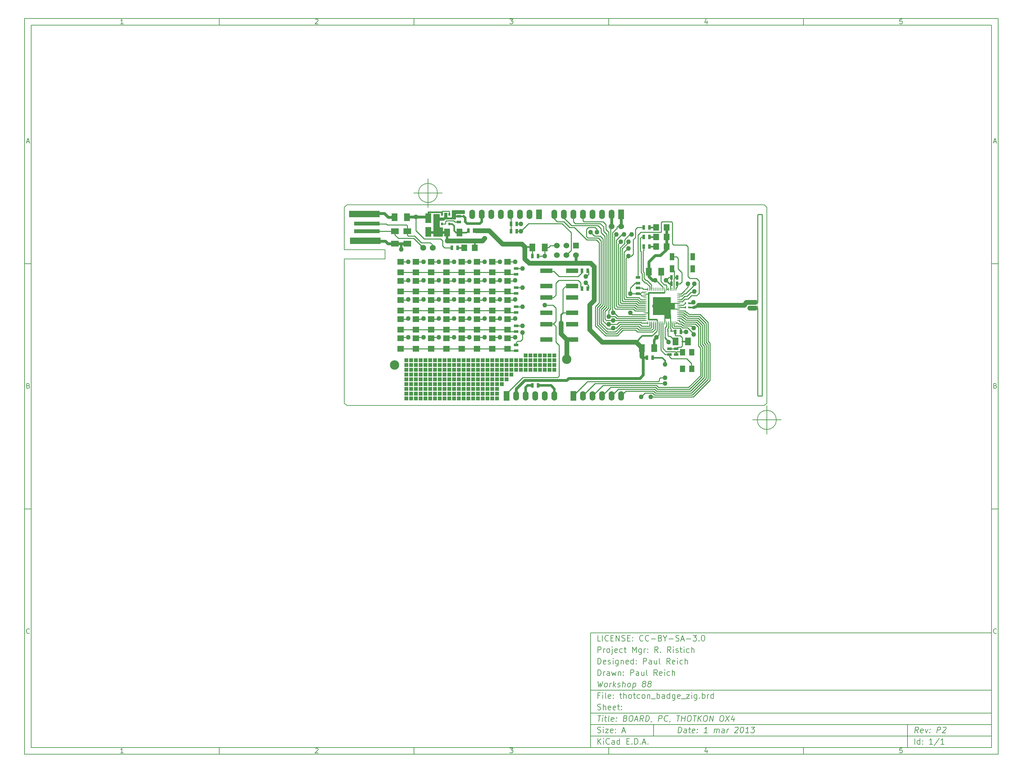
<source format=gtl>
G04 (created by PCBNEW (2012-11-15 BZR 3804)-stable) date Fri 01 Mar 2013 04:47:19 CST*
%MOIN*%
G04 Gerber Fmt 3.4, Leading zero omitted, Abs format*
%FSLAX34Y34*%
G01*
G70*
G90*
G04 APERTURE LIST*
%ADD10C,0.006*%
%ADD11C,0.00590551*%
%ADD12R,0.06X0.08*%
%ADD13C,0.06*%
%ADD14R,0.0106299X0.0334*%
%ADD15R,0.0334X0.0106299*%
%ADD16R,0.045X0.045*%
%ADD17R,0.095X0.045*%
%ADD18R,0.045X0.095*%
%ADD19R,0.0984252X0.0984252*%
%ADD20R,0.0551181X0.0708661*%
%ADD21R,0.0511811X0.0748031*%
%ADD22R,0.04X0.04*%
%ADD23R,0.063X0.1024*%
%ADD24C,0.062*%
%ADD25R,0.06X0.1*%
%ADD26O,0.06X0.1*%
%ADD27R,0.13X0.05*%
%ADD28R,0.02X0.03*%
%ADD29R,0.08X0.06*%
%ADD30R,0.045X0.025*%
%ADD31R,0.025X0.045*%
%ADD32R,0.0157X0.0236*%
%ADD33R,0.06X0.06*%
%ADD34R,0.32X0.07*%
%ADD35R,0.27X0.04*%
%ADD36C,0.0985*%
%ADD37R,0.05X0.05*%
%ADD38R,0.01X0.05*%
%ADD39R,0.01X0.01*%
%ADD40R,0.0629X0.0709*%
%ADD41R,0.0709X0.0629*%
%ADD42C,0.05*%
%ADD43C,0.05*%
%ADD44C,0.01*%
%ADD45C,0.015*%
%ADD46C,0.009*%
%ADD47C,0.03*%
%ADD48C,0.025*%
%ADD49C,0.002*%
G04 APERTURE END LIST*
G54D10*
X-38750Y36250D02*
X63250Y36250D01*
X63250Y-40750D01*
X-38750Y-40750D01*
X-38750Y36250D01*
X-38050Y35550D02*
X62550Y35550D01*
X62550Y-40050D01*
X-38050Y-40050D01*
X-38050Y35550D01*
X-18350Y36250D02*
X-18350Y35550D01*
X-28407Y35697D02*
X-28692Y35697D01*
X-28550Y35697D02*
X-28550Y36197D01*
X-28597Y36126D01*
X-28645Y36078D01*
X-28692Y36054D01*
X-18350Y-40750D02*
X-18350Y-40050D01*
X-28407Y-40602D02*
X-28692Y-40602D01*
X-28550Y-40602D02*
X-28550Y-40102D01*
X-28597Y-40173D01*
X-28645Y-40221D01*
X-28692Y-40245D01*
X2050Y36250D02*
X2050Y35550D01*
X-8292Y36150D02*
X-8269Y36173D01*
X-8221Y36197D01*
X-8102Y36197D01*
X-8054Y36173D01*
X-8030Y36150D01*
X-8007Y36102D01*
X-8007Y36054D01*
X-8030Y35983D01*
X-8316Y35697D01*
X-8007Y35697D01*
X2050Y-40750D02*
X2050Y-40050D01*
X-8292Y-40150D02*
X-8269Y-40126D01*
X-8221Y-40102D01*
X-8102Y-40102D01*
X-8054Y-40126D01*
X-8030Y-40150D01*
X-8007Y-40197D01*
X-8007Y-40245D01*
X-8030Y-40316D01*
X-8316Y-40602D01*
X-8007Y-40602D01*
X22450Y36250D02*
X22450Y35550D01*
X12083Y36197D02*
X12392Y36197D01*
X12226Y36007D01*
X12297Y36007D01*
X12345Y35983D01*
X12369Y35959D01*
X12392Y35911D01*
X12392Y35792D01*
X12369Y35745D01*
X12345Y35721D01*
X12297Y35697D01*
X12154Y35697D01*
X12107Y35721D01*
X12083Y35745D01*
X22450Y-40750D02*
X22450Y-40050D01*
X12083Y-40102D02*
X12392Y-40102D01*
X12226Y-40292D01*
X12297Y-40292D01*
X12345Y-40316D01*
X12369Y-40340D01*
X12392Y-40388D01*
X12392Y-40507D01*
X12369Y-40554D01*
X12345Y-40578D01*
X12297Y-40602D01*
X12154Y-40602D01*
X12107Y-40578D01*
X12083Y-40554D01*
X42850Y36250D02*
X42850Y35550D01*
X32745Y36030D02*
X32745Y35697D01*
X32626Y36221D02*
X32507Y35864D01*
X32816Y35864D01*
X42850Y-40750D02*
X42850Y-40050D01*
X32745Y-40269D02*
X32745Y-40602D01*
X32626Y-40078D02*
X32507Y-40435D01*
X32816Y-40435D01*
X53169Y36197D02*
X52930Y36197D01*
X52907Y35959D01*
X52930Y35983D01*
X52978Y36007D01*
X53097Y36007D01*
X53145Y35983D01*
X53169Y35959D01*
X53192Y35911D01*
X53192Y35792D01*
X53169Y35745D01*
X53145Y35721D01*
X53097Y35697D01*
X52978Y35697D01*
X52930Y35721D01*
X52907Y35745D01*
X53169Y-40102D02*
X52930Y-40102D01*
X52907Y-40340D01*
X52930Y-40316D01*
X52978Y-40292D01*
X53097Y-40292D01*
X53145Y-40316D01*
X53169Y-40340D01*
X53192Y-40388D01*
X53192Y-40507D01*
X53169Y-40554D01*
X53145Y-40578D01*
X53097Y-40602D01*
X52978Y-40602D01*
X52930Y-40578D01*
X52907Y-40554D01*
X-38750Y10590D02*
X-38050Y10590D01*
X-38519Y23360D02*
X-38280Y23360D01*
X-38566Y23217D02*
X-38399Y23717D01*
X-38233Y23217D01*
X63250Y10590D02*
X62550Y10590D01*
X62780Y23360D02*
X63019Y23360D01*
X62733Y23217D02*
X62900Y23717D01*
X63066Y23217D01*
X-38750Y-15070D02*
X-38050Y-15070D01*
X-38364Y-2180D02*
X-38292Y-2204D01*
X-38269Y-2228D01*
X-38245Y-2275D01*
X-38245Y-2347D01*
X-38269Y-2394D01*
X-38292Y-2418D01*
X-38340Y-2442D01*
X-38530Y-2442D01*
X-38530Y-1942D01*
X-38364Y-1942D01*
X-38316Y-1966D01*
X-38292Y-1990D01*
X-38269Y-2037D01*
X-38269Y-2085D01*
X-38292Y-2132D01*
X-38316Y-2156D01*
X-38364Y-2180D01*
X-38530Y-2180D01*
X63250Y-15070D02*
X62550Y-15070D01*
X62935Y-2180D02*
X63007Y-2204D01*
X63030Y-2228D01*
X63054Y-2275D01*
X63054Y-2347D01*
X63030Y-2394D01*
X63007Y-2418D01*
X62959Y-2442D01*
X62769Y-2442D01*
X62769Y-1942D01*
X62935Y-1942D01*
X62983Y-1966D01*
X63007Y-1990D01*
X63030Y-2037D01*
X63030Y-2085D01*
X63007Y-2132D01*
X62983Y-2156D01*
X62935Y-2180D01*
X62769Y-2180D01*
X-38245Y-28054D02*
X-38269Y-28078D01*
X-38340Y-28102D01*
X-38388Y-28102D01*
X-38459Y-28078D01*
X-38507Y-28030D01*
X-38530Y-27983D01*
X-38554Y-27888D01*
X-38554Y-27816D01*
X-38530Y-27721D01*
X-38507Y-27673D01*
X-38459Y-27626D01*
X-38388Y-27602D01*
X-38340Y-27602D01*
X-38269Y-27626D01*
X-38245Y-27650D01*
X63054Y-28054D02*
X63030Y-28078D01*
X62959Y-28102D01*
X62911Y-28102D01*
X62840Y-28078D01*
X62792Y-28030D01*
X62769Y-27983D01*
X62745Y-27888D01*
X62745Y-27816D01*
X62769Y-27721D01*
X62792Y-27673D01*
X62840Y-27626D01*
X62911Y-27602D01*
X62959Y-27602D01*
X63030Y-27626D01*
X63054Y-27650D01*
X29700Y-38492D02*
X29775Y-37892D01*
X29917Y-37892D01*
X30000Y-37921D01*
X30050Y-37978D01*
X30071Y-38035D01*
X30085Y-38150D01*
X30075Y-38235D01*
X30032Y-38350D01*
X29996Y-38407D01*
X29932Y-38464D01*
X29842Y-38492D01*
X29700Y-38492D01*
X30557Y-38492D02*
X30596Y-38178D01*
X30575Y-38121D01*
X30521Y-38092D01*
X30407Y-38092D01*
X30346Y-38121D01*
X30560Y-38464D02*
X30500Y-38492D01*
X30357Y-38492D01*
X30303Y-38464D01*
X30282Y-38407D01*
X30289Y-38350D01*
X30325Y-38292D01*
X30385Y-38264D01*
X30528Y-38264D01*
X30589Y-38235D01*
X30807Y-38092D02*
X31035Y-38092D01*
X30917Y-37892D02*
X30853Y-38407D01*
X30875Y-38464D01*
X30928Y-38492D01*
X30985Y-38492D01*
X31417Y-38464D02*
X31357Y-38492D01*
X31242Y-38492D01*
X31189Y-38464D01*
X31167Y-38407D01*
X31196Y-38178D01*
X31232Y-38121D01*
X31292Y-38092D01*
X31407Y-38092D01*
X31460Y-38121D01*
X31482Y-38178D01*
X31475Y-38235D01*
X31182Y-38292D01*
X31707Y-38435D02*
X31732Y-38464D01*
X31700Y-38492D01*
X31675Y-38464D01*
X31707Y-38435D01*
X31700Y-38492D01*
X31746Y-38121D02*
X31771Y-38150D01*
X31739Y-38178D01*
X31714Y-38150D01*
X31746Y-38121D01*
X31739Y-38178D01*
X32757Y-38492D02*
X32414Y-38492D01*
X32585Y-38492D02*
X32660Y-37892D01*
X32592Y-37978D01*
X32528Y-38035D01*
X32467Y-38064D01*
X33471Y-38492D02*
X33521Y-38092D01*
X33514Y-38150D02*
X33546Y-38121D01*
X33607Y-38092D01*
X33692Y-38092D01*
X33746Y-38121D01*
X33767Y-38178D01*
X33728Y-38492D01*
X33767Y-38178D02*
X33803Y-38121D01*
X33864Y-38092D01*
X33950Y-38092D01*
X34003Y-38121D01*
X34025Y-38178D01*
X33985Y-38492D01*
X34528Y-38492D02*
X34567Y-38178D01*
X34546Y-38121D01*
X34492Y-38092D01*
X34378Y-38092D01*
X34317Y-38121D01*
X34532Y-38464D02*
X34471Y-38492D01*
X34328Y-38492D01*
X34275Y-38464D01*
X34253Y-38407D01*
X34260Y-38350D01*
X34296Y-38292D01*
X34357Y-38264D01*
X34500Y-38264D01*
X34560Y-38235D01*
X34814Y-38492D02*
X34864Y-38092D01*
X34850Y-38207D02*
X34885Y-38150D01*
X34917Y-38121D01*
X34978Y-38092D01*
X35035Y-38092D01*
X35682Y-37950D02*
X35714Y-37921D01*
X35775Y-37892D01*
X35917Y-37892D01*
X35971Y-37921D01*
X35996Y-37950D01*
X36017Y-38007D01*
X36010Y-38064D01*
X35971Y-38150D01*
X35585Y-38492D01*
X35957Y-38492D01*
X36403Y-37892D02*
X36460Y-37892D01*
X36514Y-37921D01*
X36539Y-37950D01*
X36560Y-38007D01*
X36575Y-38121D01*
X36557Y-38264D01*
X36514Y-38378D01*
X36478Y-38435D01*
X36446Y-38464D01*
X36385Y-38492D01*
X36328Y-38492D01*
X36275Y-38464D01*
X36250Y-38435D01*
X36228Y-38378D01*
X36214Y-38264D01*
X36232Y-38121D01*
X36275Y-38007D01*
X36310Y-37950D01*
X36342Y-37921D01*
X36403Y-37892D01*
X37100Y-38492D02*
X36757Y-38492D01*
X36928Y-38492D02*
X37003Y-37892D01*
X36935Y-37978D01*
X36871Y-38035D01*
X36810Y-38064D01*
X37375Y-37892D02*
X37746Y-37892D01*
X37517Y-38121D01*
X37603Y-38121D01*
X37657Y-38150D01*
X37682Y-38178D01*
X37703Y-38235D01*
X37685Y-38378D01*
X37650Y-38435D01*
X37617Y-38464D01*
X37557Y-38492D01*
X37385Y-38492D01*
X37332Y-38464D01*
X37307Y-38435D01*
X21292Y-39692D02*
X21292Y-39092D01*
X21635Y-39692D02*
X21378Y-39350D01*
X21635Y-39092D02*
X21292Y-39435D01*
X21892Y-39692D02*
X21892Y-39292D01*
X21892Y-39092D02*
X21864Y-39121D01*
X21892Y-39150D01*
X21921Y-39121D01*
X21892Y-39092D01*
X21892Y-39150D01*
X22521Y-39635D02*
X22492Y-39664D01*
X22407Y-39692D01*
X22350Y-39692D01*
X22264Y-39664D01*
X22207Y-39607D01*
X22178Y-39550D01*
X22150Y-39435D01*
X22150Y-39350D01*
X22178Y-39235D01*
X22207Y-39178D01*
X22264Y-39121D01*
X22350Y-39092D01*
X22407Y-39092D01*
X22492Y-39121D01*
X22521Y-39150D01*
X23035Y-39692D02*
X23035Y-39378D01*
X23007Y-39321D01*
X22950Y-39292D01*
X22835Y-39292D01*
X22778Y-39321D01*
X23035Y-39664D02*
X22978Y-39692D01*
X22835Y-39692D01*
X22778Y-39664D01*
X22750Y-39607D01*
X22750Y-39550D01*
X22778Y-39492D01*
X22835Y-39464D01*
X22978Y-39464D01*
X23035Y-39435D01*
X23578Y-39692D02*
X23578Y-39092D01*
X23578Y-39664D02*
X23521Y-39692D01*
X23407Y-39692D01*
X23350Y-39664D01*
X23321Y-39635D01*
X23292Y-39578D01*
X23292Y-39407D01*
X23321Y-39350D01*
X23350Y-39321D01*
X23407Y-39292D01*
X23521Y-39292D01*
X23578Y-39321D01*
X24321Y-39378D02*
X24521Y-39378D01*
X24607Y-39692D02*
X24321Y-39692D01*
X24321Y-39092D01*
X24607Y-39092D01*
X24864Y-39635D02*
X24892Y-39664D01*
X24864Y-39692D01*
X24835Y-39664D01*
X24864Y-39635D01*
X24864Y-39692D01*
X25149Y-39692D02*
X25149Y-39092D01*
X25292Y-39092D01*
X25378Y-39121D01*
X25435Y-39178D01*
X25464Y-39235D01*
X25492Y-39350D01*
X25492Y-39435D01*
X25464Y-39550D01*
X25435Y-39607D01*
X25378Y-39664D01*
X25292Y-39692D01*
X25149Y-39692D01*
X25749Y-39635D02*
X25778Y-39664D01*
X25749Y-39692D01*
X25721Y-39664D01*
X25749Y-39635D01*
X25749Y-39692D01*
X26007Y-39521D02*
X26292Y-39521D01*
X25949Y-39692D02*
X26149Y-39092D01*
X26349Y-39692D01*
X26549Y-39635D02*
X26578Y-39664D01*
X26549Y-39692D01*
X26521Y-39664D01*
X26549Y-39635D01*
X26549Y-39692D01*
X54842Y-38492D02*
X54678Y-38207D01*
X54500Y-38492D02*
X54575Y-37892D01*
X54803Y-37892D01*
X54857Y-37921D01*
X54882Y-37950D01*
X54903Y-38007D01*
X54892Y-38092D01*
X54857Y-38150D01*
X54825Y-38178D01*
X54764Y-38207D01*
X54535Y-38207D01*
X55332Y-38464D02*
X55271Y-38492D01*
X55157Y-38492D01*
X55103Y-38464D01*
X55082Y-38407D01*
X55110Y-38178D01*
X55146Y-38121D01*
X55207Y-38092D01*
X55321Y-38092D01*
X55375Y-38121D01*
X55396Y-38178D01*
X55389Y-38235D01*
X55096Y-38292D01*
X55607Y-38092D02*
X55700Y-38492D01*
X55892Y-38092D01*
X56078Y-38435D02*
X56103Y-38464D01*
X56071Y-38492D01*
X56046Y-38464D01*
X56078Y-38435D01*
X56071Y-38492D01*
X56117Y-38121D02*
X56142Y-38150D01*
X56110Y-38178D01*
X56085Y-38150D01*
X56117Y-38121D01*
X56110Y-38178D01*
X56814Y-38492D02*
X56889Y-37892D01*
X57117Y-37892D01*
X57171Y-37921D01*
X57196Y-37950D01*
X57217Y-38007D01*
X57207Y-38092D01*
X57171Y-38150D01*
X57139Y-38178D01*
X57078Y-38207D01*
X56850Y-38207D01*
X57453Y-37950D02*
X57485Y-37921D01*
X57546Y-37892D01*
X57689Y-37892D01*
X57742Y-37921D01*
X57767Y-37950D01*
X57789Y-38007D01*
X57782Y-38064D01*
X57742Y-38150D01*
X57357Y-38492D01*
X57728Y-38492D01*
X21264Y-38464D02*
X21350Y-38492D01*
X21492Y-38492D01*
X21550Y-38464D01*
X21578Y-38435D01*
X21607Y-38378D01*
X21607Y-38321D01*
X21578Y-38264D01*
X21550Y-38235D01*
X21492Y-38207D01*
X21378Y-38178D01*
X21321Y-38150D01*
X21292Y-38121D01*
X21264Y-38064D01*
X21264Y-38007D01*
X21292Y-37950D01*
X21321Y-37921D01*
X21378Y-37892D01*
X21521Y-37892D01*
X21607Y-37921D01*
X21864Y-38492D02*
X21864Y-38092D01*
X21864Y-37892D02*
X21835Y-37921D01*
X21864Y-37950D01*
X21892Y-37921D01*
X21864Y-37892D01*
X21864Y-37950D01*
X22092Y-38092D02*
X22407Y-38092D01*
X22092Y-38492D01*
X22407Y-38492D01*
X22864Y-38464D02*
X22807Y-38492D01*
X22692Y-38492D01*
X22635Y-38464D01*
X22607Y-38407D01*
X22607Y-38178D01*
X22635Y-38121D01*
X22692Y-38092D01*
X22807Y-38092D01*
X22864Y-38121D01*
X22892Y-38178D01*
X22892Y-38235D01*
X22607Y-38292D01*
X23150Y-38435D02*
X23178Y-38464D01*
X23150Y-38492D01*
X23121Y-38464D01*
X23150Y-38435D01*
X23150Y-38492D01*
X23150Y-38121D02*
X23178Y-38150D01*
X23150Y-38178D01*
X23121Y-38150D01*
X23150Y-38121D01*
X23150Y-38178D01*
X23864Y-38321D02*
X24150Y-38321D01*
X23807Y-38492D02*
X24007Y-37892D01*
X24207Y-38492D01*
X54492Y-39692D02*
X54492Y-39092D01*
X55035Y-39692D02*
X55035Y-39092D01*
X55035Y-39664D02*
X54978Y-39692D01*
X54864Y-39692D01*
X54807Y-39664D01*
X54778Y-39635D01*
X54750Y-39578D01*
X54750Y-39407D01*
X54778Y-39350D01*
X54807Y-39321D01*
X54864Y-39292D01*
X54978Y-39292D01*
X55035Y-39321D01*
X55321Y-39635D02*
X55350Y-39664D01*
X55321Y-39692D01*
X55292Y-39664D01*
X55321Y-39635D01*
X55321Y-39692D01*
X55321Y-39321D02*
X55350Y-39350D01*
X55321Y-39378D01*
X55292Y-39350D01*
X55321Y-39321D01*
X55321Y-39378D01*
X56378Y-39692D02*
X56035Y-39692D01*
X56207Y-39692D02*
X56207Y-39092D01*
X56149Y-39178D01*
X56092Y-39235D01*
X56035Y-39264D01*
X57064Y-39064D02*
X56550Y-39835D01*
X57578Y-39692D02*
X57235Y-39692D01*
X57407Y-39692D02*
X57407Y-39092D01*
X57349Y-39178D01*
X57292Y-39235D01*
X57235Y-39264D01*
X21289Y-36692D02*
X21632Y-36692D01*
X21385Y-37292D02*
X21460Y-36692D01*
X21757Y-37292D02*
X21807Y-36892D01*
X21832Y-36692D02*
X21800Y-36721D01*
X21825Y-36750D01*
X21857Y-36721D01*
X21832Y-36692D01*
X21825Y-36750D01*
X22007Y-36892D02*
X22235Y-36892D01*
X22117Y-36692D02*
X22053Y-37207D01*
X22075Y-37264D01*
X22128Y-37292D01*
X22185Y-37292D01*
X22471Y-37292D02*
X22417Y-37264D01*
X22396Y-37207D01*
X22460Y-36692D01*
X22932Y-37264D02*
X22871Y-37292D01*
X22757Y-37292D01*
X22703Y-37264D01*
X22682Y-37207D01*
X22710Y-36978D01*
X22746Y-36921D01*
X22807Y-36892D01*
X22921Y-36892D01*
X22975Y-36921D01*
X22996Y-36978D01*
X22989Y-37035D01*
X22696Y-37092D01*
X23221Y-37235D02*
X23246Y-37264D01*
X23214Y-37292D01*
X23189Y-37264D01*
X23221Y-37235D01*
X23214Y-37292D01*
X23260Y-36921D02*
X23285Y-36950D01*
X23253Y-36978D01*
X23228Y-36950D01*
X23260Y-36921D01*
X23253Y-36978D01*
X24196Y-36978D02*
X24278Y-37007D01*
X24303Y-37035D01*
X24325Y-37092D01*
X24314Y-37178D01*
X24278Y-37235D01*
X24246Y-37264D01*
X24185Y-37292D01*
X23957Y-37292D01*
X24032Y-36692D01*
X24232Y-36692D01*
X24285Y-36721D01*
X24310Y-36750D01*
X24332Y-36807D01*
X24325Y-36864D01*
X24289Y-36921D01*
X24257Y-36950D01*
X24196Y-36978D01*
X23996Y-36978D01*
X24746Y-36692D02*
X24860Y-36692D01*
X24914Y-36721D01*
X24964Y-36778D01*
X24978Y-36892D01*
X24953Y-37092D01*
X24910Y-37207D01*
X24846Y-37264D01*
X24785Y-37292D01*
X24671Y-37292D01*
X24617Y-37264D01*
X24567Y-37207D01*
X24553Y-37092D01*
X24578Y-36892D01*
X24621Y-36778D01*
X24685Y-36721D01*
X24746Y-36692D01*
X25178Y-37121D02*
X25464Y-37121D01*
X25100Y-37292D02*
X25375Y-36692D01*
X25500Y-37292D01*
X26042Y-37292D02*
X25878Y-37007D01*
X25700Y-37292D02*
X25775Y-36692D01*
X26003Y-36692D01*
X26057Y-36721D01*
X26082Y-36750D01*
X26103Y-36807D01*
X26092Y-36892D01*
X26057Y-36950D01*
X26025Y-36978D01*
X25964Y-37007D01*
X25735Y-37007D01*
X26300Y-37292D02*
X26375Y-36692D01*
X26517Y-36692D01*
X26600Y-36721D01*
X26650Y-36778D01*
X26671Y-36835D01*
X26685Y-36950D01*
X26675Y-37035D01*
X26632Y-37150D01*
X26596Y-37207D01*
X26532Y-37264D01*
X26442Y-37292D01*
X26300Y-37292D01*
X26932Y-37264D02*
X26928Y-37292D01*
X26892Y-37350D01*
X26860Y-37378D01*
X27642Y-37292D02*
X27717Y-36692D01*
X27946Y-36692D01*
X27999Y-36721D01*
X28025Y-36750D01*
X28046Y-36807D01*
X28035Y-36892D01*
X28000Y-36950D01*
X27967Y-36978D01*
X27907Y-37007D01*
X27678Y-37007D01*
X28592Y-37235D02*
X28560Y-37264D01*
X28471Y-37292D01*
X28414Y-37292D01*
X28332Y-37264D01*
X28282Y-37207D01*
X28260Y-37150D01*
X28246Y-37035D01*
X28257Y-36950D01*
X28300Y-36835D01*
X28335Y-36778D01*
X28399Y-36721D01*
X28489Y-36692D01*
X28546Y-36692D01*
X28628Y-36721D01*
X28653Y-36750D01*
X28875Y-37264D02*
X28871Y-37292D01*
X28835Y-37350D01*
X28803Y-37378D01*
X29575Y-36692D02*
X29917Y-36692D01*
X29671Y-37292D02*
X29746Y-36692D01*
X30042Y-37292D02*
X30117Y-36692D01*
X30082Y-36978D02*
X30425Y-36978D01*
X30385Y-37292D02*
X30460Y-36692D01*
X30860Y-36692D02*
X30975Y-36692D01*
X31028Y-36721D01*
X31078Y-36778D01*
X31092Y-36892D01*
X31067Y-37092D01*
X31024Y-37207D01*
X30960Y-37264D01*
X30900Y-37292D01*
X30785Y-37292D01*
X30732Y-37264D01*
X30682Y-37207D01*
X30667Y-37092D01*
X30692Y-36892D01*
X30735Y-36778D01*
X30799Y-36721D01*
X30860Y-36692D01*
X31289Y-36692D02*
X31632Y-36692D01*
X31385Y-37292D02*
X31460Y-36692D01*
X31757Y-37292D02*
X31832Y-36692D01*
X32099Y-37292D02*
X31885Y-36950D01*
X32174Y-36692D02*
X31789Y-37035D01*
X32546Y-36692D02*
X32660Y-36692D01*
X32714Y-36721D01*
X32764Y-36778D01*
X32778Y-36892D01*
X32753Y-37092D01*
X32710Y-37207D01*
X32646Y-37264D01*
X32585Y-37292D01*
X32471Y-37292D01*
X32417Y-37264D01*
X32367Y-37207D01*
X32353Y-37092D01*
X32378Y-36892D01*
X32421Y-36778D01*
X32485Y-36721D01*
X32546Y-36692D01*
X32985Y-37292D02*
X33060Y-36692D01*
X33328Y-37292D01*
X33403Y-36692D01*
X34260Y-36692D02*
X34374Y-36692D01*
X34428Y-36721D01*
X34478Y-36778D01*
X34492Y-36892D01*
X34467Y-37092D01*
X34424Y-37207D01*
X34360Y-37264D01*
X34299Y-37292D01*
X34185Y-37292D01*
X34132Y-37264D01*
X34082Y-37207D01*
X34067Y-37092D01*
X34092Y-36892D01*
X34135Y-36778D01*
X34199Y-36721D01*
X34260Y-36692D01*
X34717Y-36692D02*
X35042Y-37292D01*
X35117Y-36692D02*
X34642Y-37292D01*
X35578Y-36892D02*
X35528Y-37292D01*
X35464Y-36664D02*
X35267Y-37092D01*
X35639Y-37092D01*
X21492Y-34578D02*
X21292Y-34578D01*
X21292Y-34892D02*
X21292Y-34292D01*
X21578Y-34292D01*
X21807Y-34892D02*
X21807Y-34492D01*
X21807Y-34292D02*
X21778Y-34321D01*
X21807Y-34350D01*
X21835Y-34321D01*
X21807Y-34292D01*
X21807Y-34350D01*
X22178Y-34892D02*
X22121Y-34864D01*
X22092Y-34807D01*
X22092Y-34292D01*
X22635Y-34864D02*
X22578Y-34892D01*
X22464Y-34892D01*
X22407Y-34864D01*
X22378Y-34807D01*
X22378Y-34578D01*
X22407Y-34521D01*
X22464Y-34492D01*
X22578Y-34492D01*
X22635Y-34521D01*
X22664Y-34578D01*
X22664Y-34635D01*
X22378Y-34692D01*
X22921Y-34835D02*
X22950Y-34864D01*
X22921Y-34892D01*
X22892Y-34864D01*
X22921Y-34835D01*
X22921Y-34892D01*
X22921Y-34521D02*
X22950Y-34550D01*
X22921Y-34578D01*
X22892Y-34550D01*
X22921Y-34521D01*
X22921Y-34578D01*
X23578Y-34492D02*
X23807Y-34492D01*
X23664Y-34292D02*
X23664Y-34807D01*
X23692Y-34864D01*
X23750Y-34892D01*
X23807Y-34892D01*
X24007Y-34892D02*
X24007Y-34292D01*
X24264Y-34892D02*
X24264Y-34578D01*
X24235Y-34521D01*
X24178Y-34492D01*
X24092Y-34492D01*
X24035Y-34521D01*
X24007Y-34550D01*
X24635Y-34892D02*
X24578Y-34864D01*
X24550Y-34835D01*
X24521Y-34778D01*
X24521Y-34607D01*
X24550Y-34550D01*
X24578Y-34521D01*
X24635Y-34492D01*
X24721Y-34492D01*
X24778Y-34521D01*
X24807Y-34550D01*
X24835Y-34607D01*
X24835Y-34778D01*
X24807Y-34835D01*
X24778Y-34864D01*
X24721Y-34892D01*
X24635Y-34892D01*
X25007Y-34492D02*
X25235Y-34492D01*
X25092Y-34292D02*
X25092Y-34807D01*
X25121Y-34864D01*
X25178Y-34892D01*
X25235Y-34892D01*
X25692Y-34864D02*
X25635Y-34892D01*
X25521Y-34892D01*
X25464Y-34864D01*
X25435Y-34835D01*
X25407Y-34778D01*
X25407Y-34607D01*
X25435Y-34550D01*
X25464Y-34521D01*
X25521Y-34492D01*
X25635Y-34492D01*
X25692Y-34521D01*
X26035Y-34892D02*
X25978Y-34864D01*
X25950Y-34835D01*
X25921Y-34778D01*
X25921Y-34607D01*
X25950Y-34550D01*
X25978Y-34521D01*
X26035Y-34492D01*
X26121Y-34492D01*
X26178Y-34521D01*
X26207Y-34550D01*
X26235Y-34607D01*
X26235Y-34778D01*
X26207Y-34835D01*
X26178Y-34864D01*
X26121Y-34892D01*
X26035Y-34892D01*
X26492Y-34492D02*
X26492Y-34892D01*
X26492Y-34550D02*
X26521Y-34521D01*
X26578Y-34492D01*
X26664Y-34492D01*
X26721Y-34521D01*
X26750Y-34578D01*
X26750Y-34892D01*
X26892Y-34950D02*
X27350Y-34950D01*
X27492Y-34892D02*
X27492Y-34292D01*
X27492Y-34521D02*
X27550Y-34492D01*
X27664Y-34492D01*
X27721Y-34521D01*
X27750Y-34550D01*
X27778Y-34607D01*
X27778Y-34778D01*
X27750Y-34835D01*
X27721Y-34864D01*
X27664Y-34892D01*
X27550Y-34892D01*
X27492Y-34864D01*
X28292Y-34892D02*
X28292Y-34578D01*
X28264Y-34521D01*
X28207Y-34492D01*
X28092Y-34492D01*
X28035Y-34521D01*
X28292Y-34864D02*
X28235Y-34892D01*
X28092Y-34892D01*
X28035Y-34864D01*
X28007Y-34807D01*
X28007Y-34750D01*
X28035Y-34692D01*
X28092Y-34664D01*
X28235Y-34664D01*
X28292Y-34635D01*
X28835Y-34892D02*
X28835Y-34292D01*
X28835Y-34864D02*
X28778Y-34892D01*
X28664Y-34892D01*
X28607Y-34864D01*
X28578Y-34835D01*
X28550Y-34778D01*
X28550Y-34607D01*
X28578Y-34550D01*
X28607Y-34521D01*
X28664Y-34492D01*
X28778Y-34492D01*
X28835Y-34521D01*
X29378Y-34492D02*
X29378Y-34978D01*
X29350Y-35035D01*
X29321Y-35064D01*
X29264Y-35092D01*
X29178Y-35092D01*
X29121Y-35064D01*
X29378Y-34864D02*
X29321Y-34892D01*
X29207Y-34892D01*
X29150Y-34864D01*
X29121Y-34835D01*
X29092Y-34778D01*
X29092Y-34607D01*
X29121Y-34550D01*
X29150Y-34521D01*
X29207Y-34492D01*
X29321Y-34492D01*
X29378Y-34521D01*
X29892Y-34864D02*
X29835Y-34892D01*
X29721Y-34892D01*
X29664Y-34864D01*
X29635Y-34807D01*
X29635Y-34578D01*
X29664Y-34521D01*
X29721Y-34492D01*
X29835Y-34492D01*
X29892Y-34521D01*
X29921Y-34578D01*
X29921Y-34635D01*
X29635Y-34692D01*
X30035Y-34950D02*
X30492Y-34950D01*
X30578Y-34492D02*
X30892Y-34492D01*
X30578Y-34892D01*
X30892Y-34892D01*
X31121Y-34892D02*
X31121Y-34492D01*
X31121Y-34292D02*
X31092Y-34321D01*
X31121Y-34350D01*
X31150Y-34321D01*
X31121Y-34292D01*
X31121Y-34350D01*
X31664Y-34492D02*
X31664Y-34978D01*
X31635Y-35035D01*
X31607Y-35064D01*
X31549Y-35092D01*
X31464Y-35092D01*
X31407Y-35064D01*
X31664Y-34864D02*
X31607Y-34892D01*
X31492Y-34892D01*
X31435Y-34864D01*
X31407Y-34835D01*
X31378Y-34778D01*
X31378Y-34607D01*
X31407Y-34550D01*
X31435Y-34521D01*
X31492Y-34492D01*
X31607Y-34492D01*
X31664Y-34521D01*
X31949Y-34835D02*
X31978Y-34864D01*
X31949Y-34892D01*
X31921Y-34864D01*
X31949Y-34835D01*
X31949Y-34892D01*
X32235Y-34892D02*
X32235Y-34292D01*
X32235Y-34521D02*
X32292Y-34492D01*
X32407Y-34492D01*
X32464Y-34521D01*
X32492Y-34550D01*
X32521Y-34607D01*
X32521Y-34778D01*
X32492Y-34835D01*
X32464Y-34864D01*
X32407Y-34892D01*
X32292Y-34892D01*
X32235Y-34864D01*
X32778Y-34892D02*
X32778Y-34492D01*
X32778Y-34607D02*
X32807Y-34550D01*
X32835Y-34521D01*
X32892Y-34492D01*
X32949Y-34492D01*
X33407Y-34892D02*
X33407Y-34292D01*
X33407Y-34864D02*
X33349Y-34892D01*
X33235Y-34892D01*
X33178Y-34864D01*
X33149Y-34835D01*
X33121Y-34778D01*
X33121Y-34607D01*
X33149Y-34550D01*
X33178Y-34521D01*
X33235Y-34492D01*
X33349Y-34492D01*
X33407Y-34521D01*
X21264Y-36064D02*
X21350Y-36092D01*
X21492Y-36092D01*
X21550Y-36064D01*
X21578Y-36035D01*
X21607Y-35978D01*
X21607Y-35921D01*
X21578Y-35864D01*
X21550Y-35835D01*
X21492Y-35807D01*
X21378Y-35778D01*
X21321Y-35750D01*
X21292Y-35721D01*
X21264Y-35664D01*
X21264Y-35607D01*
X21292Y-35550D01*
X21321Y-35521D01*
X21378Y-35492D01*
X21521Y-35492D01*
X21607Y-35521D01*
X21864Y-36092D02*
X21864Y-35492D01*
X22121Y-36092D02*
X22121Y-35778D01*
X22092Y-35721D01*
X22035Y-35692D01*
X21950Y-35692D01*
X21892Y-35721D01*
X21864Y-35750D01*
X22635Y-36064D02*
X22578Y-36092D01*
X22464Y-36092D01*
X22407Y-36064D01*
X22378Y-36007D01*
X22378Y-35778D01*
X22407Y-35721D01*
X22464Y-35692D01*
X22578Y-35692D01*
X22635Y-35721D01*
X22664Y-35778D01*
X22664Y-35835D01*
X22378Y-35892D01*
X23150Y-36064D02*
X23092Y-36092D01*
X22978Y-36092D01*
X22921Y-36064D01*
X22892Y-36007D01*
X22892Y-35778D01*
X22921Y-35721D01*
X22978Y-35692D01*
X23092Y-35692D01*
X23150Y-35721D01*
X23178Y-35778D01*
X23178Y-35835D01*
X22892Y-35892D01*
X23350Y-35692D02*
X23578Y-35692D01*
X23435Y-35492D02*
X23435Y-36007D01*
X23464Y-36064D01*
X23521Y-36092D01*
X23578Y-36092D01*
X23778Y-36035D02*
X23807Y-36064D01*
X23778Y-36092D01*
X23750Y-36064D01*
X23778Y-36035D01*
X23778Y-36092D01*
X23778Y-35721D02*
X23807Y-35750D01*
X23778Y-35778D01*
X23750Y-35750D01*
X23778Y-35721D01*
X23778Y-35778D01*
X21317Y-33092D02*
X21385Y-33692D01*
X21553Y-33264D01*
X21614Y-33692D01*
X21832Y-33092D01*
X22071Y-33692D02*
X22017Y-33664D01*
X21992Y-33635D01*
X21971Y-33578D01*
X21992Y-33407D01*
X22028Y-33350D01*
X22060Y-33321D01*
X22121Y-33292D01*
X22207Y-33292D01*
X22260Y-33321D01*
X22285Y-33350D01*
X22307Y-33407D01*
X22285Y-33578D01*
X22250Y-33635D01*
X22217Y-33664D01*
X22157Y-33692D01*
X22071Y-33692D01*
X22528Y-33692D02*
X22578Y-33292D01*
X22564Y-33407D02*
X22600Y-33350D01*
X22632Y-33321D01*
X22692Y-33292D01*
X22750Y-33292D01*
X22900Y-33692D02*
X22975Y-33092D01*
X22985Y-33464D02*
X23128Y-33692D01*
X23178Y-33292D02*
X22921Y-33521D01*
X23360Y-33664D02*
X23414Y-33692D01*
X23528Y-33692D01*
X23589Y-33664D01*
X23625Y-33607D01*
X23628Y-33578D01*
X23607Y-33521D01*
X23553Y-33492D01*
X23467Y-33492D01*
X23414Y-33464D01*
X23392Y-33407D01*
X23396Y-33378D01*
X23432Y-33321D01*
X23492Y-33292D01*
X23578Y-33292D01*
X23632Y-33321D01*
X23871Y-33692D02*
X23946Y-33092D01*
X24128Y-33692D02*
X24167Y-33378D01*
X24146Y-33321D01*
X24092Y-33292D01*
X24007Y-33292D01*
X23946Y-33321D01*
X23914Y-33350D01*
X24499Y-33692D02*
X24446Y-33664D01*
X24421Y-33635D01*
X24400Y-33578D01*
X24421Y-33407D01*
X24457Y-33350D01*
X24489Y-33321D01*
X24549Y-33292D01*
X24635Y-33292D01*
X24689Y-33321D01*
X24714Y-33350D01*
X24735Y-33407D01*
X24714Y-33578D01*
X24678Y-33635D01*
X24646Y-33664D01*
X24585Y-33692D01*
X24499Y-33692D01*
X25007Y-33292D02*
X24932Y-33892D01*
X25003Y-33321D02*
X25064Y-33292D01*
X25178Y-33292D01*
X25232Y-33321D01*
X25257Y-33350D01*
X25278Y-33407D01*
X25257Y-33578D01*
X25221Y-33635D01*
X25189Y-33664D01*
X25128Y-33692D01*
X25014Y-33692D01*
X24960Y-33664D01*
X26085Y-33350D02*
X26032Y-33321D01*
X26007Y-33292D01*
X25985Y-33235D01*
X25989Y-33207D01*
X26024Y-33150D01*
X26057Y-33121D01*
X26117Y-33092D01*
X26232Y-33092D01*
X26285Y-33121D01*
X26310Y-33150D01*
X26332Y-33207D01*
X26328Y-33235D01*
X26292Y-33292D01*
X26260Y-33321D01*
X26199Y-33350D01*
X26085Y-33350D01*
X26025Y-33378D01*
X25992Y-33407D01*
X25957Y-33464D01*
X25942Y-33578D01*
X25964Y-33635D01*
X25989Y-33664D01*
X26042Y-33692D01*
X26157Y-33692D01*
X26217Y-33664D01*
X26249Y-33635D01*
X26285Y-33578D01*
X26299Y-33464D01*
X26278Y-33407D01*
X26253Y-33378D01*
X26199Y-33350D01*
X26657Y-33350D02*
X26603Y-33321D01*
X26578Y-33292D01*
X26557Y-33235D01*
X26560Y-33207D01*
X26596Y-33150D01*
X26628Y-33121D01*
X26689Y-33092D01*
X26803Y-33092D01*
X26857Y-33121D01*
X26882Y-33150D01*
X26903Y-33207D01*
X26900Y-33235D01*
X26864Y-33292D01*
X26832Y-33321D01*
X26771Y-33350D01*
X26657Y-33350D01*
X26596Y-33378D01*
X26564Y-33407D01*
X26528Y-33464D01*
X26514Y-33578D01*
X26535Y-33635D01*
X26560Y-33664D01*
X26614Y-33692D01*
X26728Y-33692D01*
X26789Y-33664D01*
X26821Y-33635D01*
X26857Y-33578D01*
X26871Y-33464D01*
X26849Y-33407D01*
X26825Y-33378D01*
X26771Y-33350D01*
X21292Y-32492D02*
X21292Y-31892D01*
X21435Y-31892D01*
X21521Y-31921D01*
X21578Y-31978D01*
X21607Y-32035D01*
X21635Y-32150D01*
X21635Y-32235D01*
X21607Y-32350D01*
X21578Y-32407D01*
X21521Y-32464D01*
X21435Y-32492D01*
X21292Y-32492D01*
X21892Y-32492D02*
X21892Y-32092D01*
X21892Y-32207D02*
X21921Y-32150D01*
X21950Y-32121D01*
X22007Y-32092D01*
X22064Y-32092D01*
X22521Y-32492D02*
X22521Y-32178D01*
X22492Y-32121D01*
X22435Y-32092D01*
X22321Y-32092D01*
X22264Y-32121D01*
X22521Y-32464D02*
X22464Y-32492D01*
X22321Y-32492D01*
X22264Y-32464D01*
X22235Y-32407D01*
X22235Y-32350D01*
X22264Y-32292D01*
X22321Y-32264D01*
X22464Y-32264D01*
X22521Y-32235D01*
X22750Y-32092D02*
X22864Y-32492D01*
X22978Y-32207D01*
X23092Y-32492D01*
X23207Y-32092D01*
X23435Y-32092D02*
X23435Y-32492D01*
X23435Y-32150D02*
X23464Y-32121D01*
X23521Y-32092D01*
X23607Y-32092D01*
X23664Y-32121D01*
X23692Y-32178D01*
X23692Y-32492D01*
X23978Y-32435D02*
X24007Y-32464D01*
X23978Y-32492D01*
X23950Y-32464D01*
X23978Y-32435D01*
X23978Y-32492D01*
X23978Y-32121D02*
X24007Y-32150D01*
X23978Y-32178D01*
X23950Y-32150D01*
X23978Y-32121D01*
X23978Y-32178D01*
X24721Y-32492D02*
X24721Y-31892D01*
X24950Y-31892D01*
X25007Y-31921D01*
X25035Y-31950D01*
X25064Y-32007D01*
X25064Y-32092D01*
X25035Y-32150D01*
X25007Y-32178D01*
X24950Y-32207D01*
X24721Y-32207D01*
X25578Y-32492D02*
X25578Y-32178D01*
X25550Y-32121D01*
X25492Y-32092D01*
X25378Y-32092D01*
X25321Y-32121D01*
X25578Y-32464D02*
X25521Y-32492D01*
X25378Y-32492D01*
X25321Y-32464D01*
X25292Y-32407D01*
X25292Y-32350D01*
X25321Y-32292D01*
X25378Y-32264D01*
X25521Y-32264D01*
X25578Y-32235D01*
X26121Y-32092D02*
X26121Y-32492D01*
X25864Y-32092D02*
X25864Y-32407D01*
X25892Y-32464D01*
X25949Y-32492D01*
X26035Y-32492D01*
X26092Y-32464D01*
X26121Y-32435D01*
X26492Y-32492D02*
X26435Y-32464D01*
X26407Y-32407D01*
X26407Y-31892D01*
X27521Y-32492D02*
X27321Y-32207D01*
X27178Y-32492D02*
X27178Y-31892D01*
X27407Y-31892D01*
X27464Y-31921D01*
X27492Y-31950D01*
X27521Y-32007D01*
X27521Y-32092D01*
X27492Y-32150D01*
X27464Y-32178D01*
X27407Y-32207D01*
X27178Y-32207D01*
X28007Y-32464D02*
X27950Y-32492D01*
X27835Y-32492D01*
X27778Y-32464D01*
X27750Y-32407D01*
X27750Y-32178D01*
X27778Y-32121D01*
X27835Y-32092D01*
X27950Y-32092D01*
X28007Y-32121D01*
X28035Y-32178D01*
X28035Y-32235D01*
X27750Y-32292D01*
X28292Y-32492D02*
X28292Y-32092D01*
X28292Y-31892D02*
X28264Y-31921D01*
X28292Y-31950D01*
X28321Y-31921D01*
X28292Y-31892D01*
X28292Y-31950D01*
X28835Y-32464D02*
X28778Y-32492D01*
X28664Y-32492D01*
X28607Y-32464D01*
X28578Y-32435D01*
X28550Y-32378D01*
X28550Y-32207D01*
X28578Y-32150D01*
X28607Y-32121D01*
X28664Y-32092D01*
X28778Y-32092D01*
X28835Y-32121D01*
X29092Y-32492D02*
X29092Y-31892D01*
X29350Y-32492D02*
X29350Y-32178D01*
X29321Y-32121D01*
X29264Y-32092D01*
X29178Y-32092D01*
X29121Y-32121D01*
X29092Y-32150D01*
X21292Y-31292D02*
X21292Y-30692D01*
X21435Y-30692D01*
X21521Y-30721D01*
X21578Y-30778D01*
X21607Y-30835D01*
X21635Y-30950D01*
X21635Y-31035D01*
X21607Y-31150D01*
X21578Y-31207D01*
X21521Y-31264D01*
X21435Y-31292D01*
X21292Y-31292D01*
X22121Y-31264D02*
X22064Y-31292D01*
X21950Y-31292D01*
X21892Y-31264D01*
X21864Y-31207D01*
X21864Y-30978D01*
X21892Y-30921D01*
X21950Y-30892D01*
X22064Y-30892D01*
X22121Y-30921D01*
X22150Y-30978D01*
X22150Y-31035D01*
X21864Y-31092D01*
X22378Y-31264D02*
X22435Y-31292D01*
X22550Y-31292D01*
X22607Y-31264D01*
X22635Y-31207D01*
X22635Y-31178D01*
X22607Y-31121D01*
X22550Y-31092D01*
X22464Y-31092D01*
X22407Y-31064D01*
X22378Y-31007D01*
X22378Y-30978D01*
X22407Y-30921D01*
X22464Y-30892D01*
X22550Y-30892D01*
X22607Y-30921D01*
X22892Y-31292D02*
X22892Y-30892D01*
X22892Y-30692D02*
X22864Y-30721D01*
X22892Y-30750D01*
X22921Y-30721D01*
X22892Y-30692D01*
X22892Y-30750D01*
X23435Y-30892D02*
X23435Y-31378D01*
X23407Y-31435D01*
X23378Y-31464D01*
X23321Y-31492D01*
X23235Y-31492D01*
X23178Y-31464D01*
X23435Y-31264D02*
X23378Y-31292D01*
X23264Y-31292D01*
X23207Y-31264D01*
X23178Y-31235D01*
X23150Y-31178D01*
X23150Y-31007D01*
X23178Y-30950D01*
X23207Y-30921D01*
X23264Y-30892D01*
X23378Y-30892D01*
X23435Y-30921D01*
X23721Y-30892D02*
X23721Y-31292D01*
X23721Y-30950D02*
X23750Y-30921D01*
X23807Y-30892D01*
X23892Y-30892D01*
X23950Y-30921D01*
X23978Y-30978D01*
X23978Y-31292D01*
X24492Y-31264D02*
X24435Y-31292D01*
X24321Y-31292D01*
X24264Y-31264D01*
X24235Y-31207D01*
X24235Y-30978D01*
X24264Y-30921D01*
X24321Y-30892D01*
X24435Y-30892D01*
X24492Y-30921D01*
X24521Y-30978D01*
X24521Y-31035D01*
X24235Y-31092D01*
X25035Y-31292D02*
X25035Y-30692D01*
X25035Y-31264D02*
X24978Y-31292D01*
X24864Y-31292D01*
X24807Y-31264D01*
X24778Y-31235D01*
X24750Y-31178D01*
X24750Y-31007D01*
X24778Y-30950D01*
X24807Y-30921D01*
X24864Y-30892D01*
X24978Y-30892D01*
X25035Y-30921D01*
X25321Y-31235D02*
X25350Y-31264D01*
X25321Y-31292D01*
X25292Y-31264D01*
X25321Y-31235D01*
X25321Y-31292D01*
X25321Y-30921D02*
X25350Y-30950D01*
X25321Y-30978D01*
X25292Y-30950D01*
X25321Y-30921D01*
X25321Y-30978D01*
X26064Y-31292D02*
X26064Y-30692D01*
X26292Y-30692D01*
X26349Y-30721D01*
X26378Y-30750D01*
X26407Y-30807D01*
X26407Y-30892D01*
X26378Y-30950D01*
X26349Y-30978D01*
X26292Y-31007D01*
X26064Y-31007D01*
X26921Y-31292D02*
X26921Y-30978D01*
X26892Y-30921D01*
X26835Y-30892D01*
X26721Y-30892D01*
X26664Y-30921D01*
X26921Y-31264D02*
X26864Y-31292D01*
X26721Y-31292D01*
X26664Y-31264D01*
X26635Y-31207D01*
X26635Y-31150D01*
X26664Y-31092D01*
X26721Y-31064D01*
X26864Y-31064D01*
X26921Y-31035D01*
X27464Y-30892D02*
X27464Y-31292D01*
X27207Y-30892D02*
X27207Y-31207D01*
X27235Y-31264D01*
X27292Y-31292D01*
X27378Y-31292D01*
X27435Y-31264D01*
X27464Y-31235D01*
X27835Y-31292D02*
X27778Y-31264D01*
X27749Y-31207D01*
X27749Y-30692D01*
X28864Y-31292D02*
X28664Y-31007D01*
X28521Y-31292D02*
X28521Y-30692D01*
X28750Y-30692D01*
X28807Y-30721D01*
X28835Y-30750D01*
X28864Y-30807D01*
X28864Y-30892D01*
X28835Y-30950D01*
X28807Y-30978D01*
X28750Y-31007D01*
X28521Y-31007D01*
X29350Y-31264D02*
X29292Y-31292D01*
X29178Y-31292D01*
X29121Y-31264D01*
X29092Y-31207D01*
X29092Y-30978D01*
X29121Y-30921D01*
X29178Y-30892D01*
X29292Y-30892D01*
X29350Y-30921D01*
X29378Y-30978D01*
X29378Y-31035D01*
X29092Y-31092D01*
X29635Y-31292D02*
X29635Y-30892D01*
X29635Y-30692D02*
X29607Y-30721D01*
X29635Y-30750D01*
X29664Y-30721D01*
X29635Y-30692D01*
X29635Y-30750D01*
X30178Y-31264D02*
X30121Y-31292D01*
X30007Y-31292D01*
X29950Y-31264D01*
X29921Y-31235D01*
X29892Y-31178D01*
X29892Y-31007D01*
X29921Y-30950D01*
X29950Y-30921D01*
X30007Y-30892D01*
X30121Y-30892D01*
X30178Y-30921D01*
X30435Y-31292D02*
X30435Y-30692D01*
X30692Y-31292D02*
X30692Y-30978D01*
X30664Y-30921D01*
X30607Y-30892D01*
X30521Y-30892D01*
X30464Y-30921D01*
X30435Y-30950D01*
X21292Y-30092D02*
X21292Y-29492D01*
X21521Y-29492D01*
X21578Y-29521D01*
X21607Y-29550D01*
X21635Y-29607D01*
X21635Y-29692D01*
X21607Y-29750D01*
X21578Y-29778D01*
X21521Y-29807D01*
X21292Y-29807D01*
X21892Y-30092D02*
X21892Y-29692D01*
X21892Y-29807D02*
X21921Y-29750D01*
X21950Y-29721D01*
X22007Y-29692D01*
X22064Y-29692D01*
X22350Y-30092D02*
X22292Y-30064D01*
X22264Y-30035D01*
X22235Y-29978D01*
X22235Y-29807D01*
X22264Y-29750D01*
X22292Y-29721D01*
X22350Y-29692D01*
X22435Y-29692D01*
X22492Y-29721D01*
X22521Y-29750D01*
X22550Y-29807D01*
X22550Y-29978D01*
X22521Y-30035D01*
X22492Y-30064D01*
X22435Y-30092D01*
X22350Y-30092D01*
X22807Y-29692D02*
X22807Y-30207D01*
X22778Y-30264D01*
X22721Y-30292D01*
X22692Y-30292D01*
X22807Y-29492D02*
X22778Y-29521D01*
X22807Y-29550D01*
X22835Y-29521D01*
X22807Y-29492D01*
X22807Y-29550D01*
X23321Y-30064D02*
X23264Y-30092D01*
X23150Y-30092D01*
X23092Y-30064D01*
X23064Y-30007D01*
X23064Y-29778D01*
X23092Y-29721D01*
X23150Y-29692D01*
X23264Y-29692D01*
X23321Y-29721D01*
X23350Y-29778D01*
X23350Y-29835D01*
X23064Y-29892D01*
X23864Y-30064D02*
X23807Y-30092D01*
X23692Y-30092D01*
X23635Y-30064D01*
X23607Y-30035D01*
X23578Y-29978D01*
X23578Y-29807D01*
X23607Y-29750D01*
X23635Y-29721D01*
X23692Y-29692D01*
X23807Y-29692D01*
X23864Y-29721D01*
X24035Y-29692D02*
X24264Y-29692D01*
X24121Y-29492D02*
X24121Y-30007D01*
X24150Y-30064D01*
X24207Y-30092D01*
X24264Y-30092D01*
X24921Y-30092D02*
X24921Y-29492D01*
X25121Y-29921D01*
X25321Y-29492D01*
X25321Y-30092D01*
X25864Y-29692D02*
X25864Y-30178D01*
X25835Y-30235D01*
X25807Y-30264D01*
X25750Y-30292D01*
X25664Y-30292D01*
X25607Y-30264D01*
X25864Y-30064D02*
X25807Y-30092D01*
X25692Y-30092D01*
X25635Y-30064D01*
X25607Y-30035D01*
X25578Y-29978D01*
X25578Y-29807D01*
X25607Y-29750D01*
X25635Y-29721D01*
X25692Y-29692D01*
X25807Y-29692D01*
X25864Y-29721D01*
X26150Y-30092D02*
X26150Y-29692D01*
X26150Y-29807D02*
X26178Y-29750D01*
X26207Y-29721D01*
X26264Y-29692D01*
X26321Y-29692D01*
X26521Y-30035D02*
X26550Y-30064D01*
X26521Y-30092D01*
X26492Y-30064D01*
X26521Y-30035D01*
X26521Y-30092D01*
X26521Y-29721D02*
X26550Y-29750D01*
X26521Y-29778D01*
X26492Y-29750D01*
X26521Y-29721D01*
X26521Y-29778D01*
X27607Y-30092D02*
X27407Y-29807D01*
X27264Y-30092D02*
X27264Y-29492D01*
X27492Y-29492D01*
X27550Y-29521D01*
X27578Y-29550D01*
X27607Y-29607D01*
X27607Y-29692D01*
X27578Y-29750D01*
X27550Y-29778D01*
X27492Y-29807D01*
X27264Y-29807D01*
X27864Y-30035D02*
X27892Y-30064D01*
X27864Y-30092D01*
X27835Y-30064D01*
X27864Y-30035D01*
X27864Y-30092D01*
X28950Y-30092D02*
X28750Y-29807D01*
X28607Y-30092D02*
X28607Y-29492D01*
X28835Y-29492D01*
X28892Y-29521D01*
X28921Y-29550D01*
X28950Y-29607D01*
X28950Y-29692D01*
X28921Y-29750D01*
X28892Y-29778D01*
X28835Y-29807D01*
X28607Y-29807D01*
X29207Y-30092D02*
X29207Y-29692D01*
X29207Y-29492D02*
X29178Y-29521D01*
X29207Y-29550D01*
X29235Y-29521D01*
X29207Y-29492D01*
X29207Y-29550D01*
X29464Y-30064D02*
X29521Y-30092D01*
X29635Y-30092D01*
X29692Y-30064D01*
X29721Y-30007D01*
X29721Y-29978D01*
X29692Y-29921D01*
X29635Y-29892D01*
X29550Y-29892D01*
X29492Y-29864D01*
X29464Y-29807D01*
X29464Y-29778D01*
X29492Y-29721D01*
X29550Y-29692D01*
X29635Y-29692D01*
X29692Y-29721D01*
X29892Y-29692D02*
X30121Y-29692D01*
X29978Y-29492D02*
X29978Y-30007D01*
X30007Y-30064D01*
X30064Y-30092D01*
X30121Y-30092D01*
X30321Y-30092D02*
X30321Y-29692D01*
X30321Y-29492D02*
X30292Y-29521D01*
X30321Y-29550D01*
X30350Y-29521D01*
X30321Y-29492D01*
X30321Y-29550D01*
X30864Y-30064D02*
X30807Y-30092D01*
X30692Y-30092D01*
X30635Y-30064D01*
X30607Y-30035D01*
X30578Y-29978D01*
X30578Y-29807D01*
X30607Y-29750D01*
X30635Y-29721D01*
X30692Y-29692D01*
X30807Y-29692D01*
X30864Y-29721D01*
X31121Y-30092D02*
X31121Y-29492D01*
X31378Y-30092D02*
X31378Y-29778D01*
X31350Y-29721D01*
X31292Y-29692D01*
X31207Y-29692D01*
X31150Y-29721D01*
X31121Y-29750D01*
X21578Y-28892D02*
X21292Y-28892D01*
X21292Y-28292D01*
X21778Y-28892D02*
X21778Y-28292D01*
X22407Y-28835D02*
X22378Y-28864D01*
X22292Y-28892D01*
X22235Y-28892D01*
X22149Y-28864D01*
X22092Y-28807D01*
X22064Y-28750D01*
X22035Y-28635D01*
X22035Y-28550D01*
X22064Y-28435D01*
X22092Y-28378D01*
X22149Y-28321D01*
X22235Y-28292D01*
X22292Y-28292D01*
X22378Y-28321D01*
X22407Y-28350D01*
X22664Y-28578D02*
X22864Y-28578D01*
X22949Y-28892D02*
X22664Y-28892D01*
X22664Y-28292D01*
X22949Y-28292D01*
X23207Y-28892D02*
X23207Y-28292D01*
X23549Y-28892D01*
X23549Y-28292D01*
X23807Y-28864D02*
X23892Y-28892D01*
X24035Y-28892D01*
X24092Y-28864D01*
X24121Y-28835D01*
X24149Y-28778D01*
X24149Y-28721D01*
X24121Y-28664D01*
X24092Y-28635D01*
X24035Y-28607D01*
X23921Y-28578D01*
X23864Y-28550D01*
X23835Y-28521D01*
X23807Y-28464D01*
X23807Y-28407D01*
X23835Y-28350D01*
X23864Y-28321D01*
X23921Y-28292D01*
X24064Y-28292D01*
X24149Y-28321D01*
X24407Y-28578D02*
X24607Y-28578D01*
X24692Y-28892D02*
X24407Y-28892D01*
X24407Y-28292D01*
X24692Y-28292D01*
X24949Y-28835D02*
X24978Y-28864D01*
X24949Y-28892D01*
X24921Y-28864D01*
X24949Y-28835D01*
X24949Y-28892D01*
X24949Y-28521D02*
X24978Y-28550D01*
X24949Y-28578D01*
X24921Y-28550D01*
X24949Y-28521D01*
X24949Y-28578D01*
X26035Y-28835D02*
X26007Y-28864D01*
X25921Y-28892D01*
X25864Y-28892D01*
X25778Y-28864D01*
X25721Y-28807D01*
X25692Y-28750D01*
X25664Y-28635D01*
X25664Y-28550D01*
X25692Y-28435D01*
X25721Y-28378D01*
X25778Y-28321D01*
X25864Y-28292D01*
X25921Y-28292D01*
X26007Y-28321D01*
X26035Y-28350D01*
X26635Y-28835D02*
X26607Y-28864D01*
X26521Y-28892D01*
X26464Y-28892D01*
X26378Y-28864D01*
X26321Y-28807D01*
X26292Y-28750D01*
X26264Y-28635D01*
X26264Y-28550D01*
X26292Y-28435D01*
X26321Y-28378D01*
X26378Y-28321D01*
X26464Y-28292D01*
X26521Y-28292D01*
X26607Y-28321D01*
X26635Y-28350D01*
X26892Y-28664D02*
X27349Y-28664D01*
X27835Y-28578D02*
X27921Y-28607D01*
X27949Y-28635D01*
X27978Y-28692D01*
X27978Y-28778D01*
X27949Y-28835D01*
X27921Y-28864D01*
X27864Y-28892D01*
X27635Y-28892D01*
X27635Y-28292D01*
X27835Y-28292D01*
X27892Y-28321D01*
X27921Y-28350D01*
X27949Y-28407D01*
X27949Y-28464D01*
X27921Y-28521D01*
X27892Y-28550D01*
X27835Y-28578D01*
X27635Y-28578D01*
X28349Y-28607D02*
X28349Y-28892D01*
X28149Y-28292D02*
X28349Y-28607D01*
X28549Y-28292D01*
X28749Y-28664D02*
X29207Y-28664D01*
X29464Y-28864D02*
X29549Y-28892D01*
X29692Y-28892D01*
X29749Y-28864D01*
X29778Y-28835D01*
X29807Y-28778D01*
X29807Y-28721D01*
X29778Y-28664D01*
X29749Y-28635D01*
X29692Y-28607D01*
X29578Y-28578D01*
X29521Y-28550D01*
X29492Y-28521D01*
X29464Y-28464D01*
X29464Y-28407D01*
X29492Y-28350D01*
X29521Y-28321D01*
X29578Y-28292D01*
X29721Y-28292D01*
X29807Y-28321D01*
X30035Y-28721D02*
X30321Y-28721D01*
X29978Y-28892D02*
X30178Y-28292D01*
X30378Y-28892D01*
X30578Y-28664D02*
X31035Y-28664D01*
X31264Y-28292D02*
X31635Y-28292D01*
X31435Y-28521D01*
X31521Y-28521D01*
X31578Y-28550D01*
X31607Y-28578D01*
X31635Y-28635D01*
X31635Y-28778D01*
X31607Y-28835D01*
X31578Y-28864D01*
X31521Y-28892D01*
X31350Y-28892D01*
X31292Y-28864D01*
X31264Y-28835D01*
X31892Y-28835D02*
X31921Y-28864D01*
X31892Y-28892D01*
X31864Y-28864D01*
X31892Y-28835D01*
X31892Y-28892D01*
X32292Y-28292D02*
X32350Y-28292D01*
X32407Y-28321D01*
X32435Y-28350D01*
X32464Y-28407D01*
X32492Y-28521D01*
X32492Y-28664D01*
X32464Y-28778D01*
X32435Y-28835D01*
X32407Y-28864D01*
X32350Y-28892D01*
X32292Y-28892D01*
X32235Y-28864D01*
X32207Y-28835D01*
X32178Y-28778D01*
X32150Y-28664D01*
X32150Y-28521D01*
X32178Y-28407D01*
X32207Y-28350D01*
X32235Y-28321D01*
X32292Y-28292D01*
X20550Y-28050D02*
X20550Y-40050D01*
X20550Y-34050D02*
X62550Y-34050D01*
X20550Y-28050D02*
X62550Y-28050D01*
X20550Y-36450D02*
X62550Y-36450D01*
X53750Y-37650D02*
X53750Y-40050D01*
X20550Y-38850D02*
X62550Y-38850D01*
X20550Y-37650D02*
X62550Y-37650D01*
X27150Y-37650D02*
X27150Y-38850D01*
X4500Y18000D02*
G75*
G03X4500Y18000I-1000J0D01*
G74*
G01*
X2000Y18000D02*
X5000Y18000D01*
X3500Y19500D02*
X3500Y16500D01*
X40000Y-5750D02*
G75*
G03X40000Y-5750I-1000J0D01*
G74*
G01*
X37500Y-5750D02*
X40500Y-5750D01*
X39000Y-4250D02*
X39000Y-7250D01*
X39000Y16500D02*
X38750Y16750D01*
X38750Y-4250D02*
X39000Y-4000D01*
X-5000Y-4250D02*
X-5250Y-4000D01*
X-5250Y16500D02*
X-5000Y16750D01*
X-5250Y11100D02*
X-5250Y-4000D01*
X-5250Y16500D02*
X-5250Y12050D01*
X-1000Y11100D02*
X-5250Y11100D01*
X-1000Y12050D02*
X-1000Y11100D01*
X-5250Y12050D02*
X-1000Y12050D01*
X38750Y16750D02*
X-5000Y16750D01*
X39000Y-4000D02*
X39000Y16500D01*
G54D11*
X-5000Y-4250D02*
X38750Y-4250D01*
G54D12*
X15750Y12300D03*
X14450Y12300D03*
G54D13*
X27300Y6150D03*
G54D14*
X28098Y4378D03*
X28295Y4378D03*
X28688Y4378D03*
X28492Y4378D03*
X29279Y4378D03*
X29476Y4378D03*
X29082Y4378D03*
X28885Y4378D03*
X27311Y4378D03*
X27507Y4378D03*
X27901Y4378D03*
X27704Y4378D03*
X26917Y4378D03*
X27114Y4378D03*
X26720Y4378D03*
G54D15*
X29771Y4673D03*
X29771Y4870D03*
X29771Y5264D03*
X29771Y5461D03*
X29771Y5657D03*
X29771Y5854D03*
X29771Y7232D03*
X29771Y7429D03*
G54D14*
X29476Y7921D03*
X29279Y7921D03*
X28885Y7921D03*
G54D15*
X29771Y5067D03*
G54D16*
X28700Y6850D03*
X28700Y5450D03*
X27300Y5450D03*
X27300Y6850D03*
G54D14*
X26917Y7921D03*
X26720Y7921D03*
G54D15*
X26228Y7035D03*
X26228Y6838D03*
X26228Y6642D03*
X26228Y6445D03*
X26228Y6248D03*
X26228Y6051D03*
X26228Y5854D03*
X29771Y6051D03*
X29771Y6248D03*
X29771Y6445D03*
X29771Y6642D03*
X29771Y6838D03*
G54D14*
X28688Y7921D03*
X28492Y7921D03*
X28295Y7921D03*
X28098Y7921D03*
X26523Y7921D03*
G54D15*
X26228Y7626D03*
X26228Y7429D03*
X26228Y7232D03*
X26228Y5657D03*
X26228Y5461D03*
X26228Y5264D03*
X26228Y5067D03*
X26228Y4870D03*
X26228Y4673D03*
G54D14*
X26523Y4378D03*
G54D17*
X28000Y5450D03*
G54D18*
X27300Y6150D03*
G54D17*
X28000Y6850D03*
G54D18*
X28700Y6150D03*
G54D19*
X28000Y6150D03*
G54D14*
X27901Y7921D03*
X27704Y7921D03*
X27507Y7921D03*
X27311Y7921D03*
X27114Y7921D03*
X29082Y7921D03*
G54D15*
X29771Y7035D03*
G54D20*
X31122Y-416D03*
X31122Y1316D03*
X30178Y1316D03*
X30178Y-416D03*
G54D21*
X29067Y10070D03*
X31232Y10070D03*
X31232Y11329D03*
X29067Y11329D03*
G54D22*
X10250Y-3000D03*
X10750Y-3000D03*
X9750Y-3000D03*
X9250Y-3000D03*
X6250Y-3000D03*
X6750Y-3000D03*
X5750Y-3000D03*
X5250Y-3000D03*
X7250Y-3000D03*
X7750Y-3000D03*
X8750Y-3000D03*
X8250Y-3000D03*
X4250Y-3000D03*
X4750Y-3000D03*
X3750Y-3000D03*
X3250Y-3000D03*
X1250Y-3000D03*
X1750Y-3000D03*
X2750Y-3000D03*
X2250Y-3000D03*
G54D23*
X3550Y15359D03*
X3550Y13941D03*
G54D13*
X23750Y14500D03*
X22750Y14500D03*
G54D24*
X4000Y12250D03*
X3000Y12250D03*
G54D25*
X15150Y15750D03*
G54D26*
X14150Y15750D03*
X13150Y15750D03*
X12150Y15750D03*
X11150Y15750D03*
X10150Y15750D03*
X9150Y15750D03*
X8150Y15750D03*
G54D27*
X18600Y2650D03*
X15900Y4250D03*
X18600Y4250D03*
X15900Y2650D03*
X18600Y5450D03*
X15900Y7050D03*
X18600Y7050D03*
X15900Y5450D03*
X18600Y8250D03*
X15900Y9850D03*
X18600Y9850D03*
X15900Y8250D03*
G54D25*
X23750Y15750D03*
G54D26*
X22750Y15750D03*
X21750Y15750D03*
X20750Y15750D03*
X19750Y15750D03*
X18750Y15750D03*
X17750Y15750D03*
X16750Y15750D03*
G54D28*
X5725Y15750D03*
X4975Y15750D03*
X5725Y14750D03*
X5350Y15750D03*
X4975Y14750D03*
G54D12*
X0Y15450D03*
X1300Y15450D03*
X25900Y1750D03*
X27200Y1750D03*
X27950Y9750D03*
X26650Y9750D03*
X6800Y13850D03*
X5500Y13850D03*
G54D29*
X50Y14000D03*
X50Y12700D03*
X1350Y14000D03*
X1350Y12700D03*
G54D30*
X29500Y1100D03*
X29500Y1700D03*
G54D31*
X29400Y3450D03*
X30000Y3450D03*
G54D30*
X6750Y14950D03*
X6750Y15550D03*
G54D31*
X29600Y9150D03*
X29000Y9150D03*
G54D30*
X28800Y1100D03*
X28800Y1700D03*
G54D31*
X29600Y8500D03*
X29000Y8500D03*
G54D30*
X25500Y7450D03*
X25500Y8050D03*
G54D31*
X26100Y14400D03*
X26700Y14400D03*
X27050Y750D03*
X26450Y750D03*
X19650Y9850D03*
X20250Y9850D03*
X6000Y12250D03*
X6600Y12250D03*
G54D30*
X12750Y2100D03*
X12750Y1500D03*
G54D31*
X7750Y14050D03*
X8350Y14050D03*
X19650Y8000D03*
X20250Y8000D03*
X14450Y11400D03*
X15050Y11400D03*
G54D30*
X25500Y8550D03*
X25500Y9150D03*
X12750Y8100D03*
X12750Y7500D03*
G54D31*
X12800Y14750D03*
X12200Y14750D03*
X12800Y14000D03*
X12200Y14000D03*
G54D30*
X12750Y4100D03*
X12750Y3500D03*
G54D31*
X15050Y-2150D03*
X14450Y-2150D03*
G54D30*
X12750Y6100D03*
X12750Y5500D03*
G54D31*
X26100Y12400D03*
X26700Y12400D03*
X26100Y13400D03*
X26700Y13400D03*
G54D30*
X12750Y10100D03*
X12750Y9500D03*
G54D32*
X30473Y6475D03*
X30827Y6475D03*
X28977Y3550D03*
X28623Y3550D03*
X30473Y6025D03*
X30827Y6025D03*
G54D25*
X11750Y-3250D03*
G54D26*
X12750Y-3250D03*
X13750Y-3250D03*
X14750Y-3250D03*
X15750Y-3250D03*
X16750Y-3250D03*
G54D25*
X18750Y-3250D03*
G54D26*
X19750Y-3250D03*
X20750Y-3250D03*
X21750Y-3250D03*
X22750Y-3250D03*
X23750Y-3250D03*
G54D33*
X19000Y12500D03*
G54D13*
X19000Y11500D03*
X18000Y12500D03*
X18000Y11500D03*
X17000Y12500D03*
X17000Y11500D03*
G54D12*
X30750Y2450D03*
X29450Y2450D03*
G54D34*
X-3150Y15800D03*
G54D35*
X-2900Y14800D03*
X-2900Y14000D03*
G54D34*
X-3050Y13000D03*
G54D22*
X2250Y-3500D03*
X2250Y-2500D03*
X2250Y-2000D03*
X2250Y-1500D03*
X2250Y-1000D03*
X2250Y-500D03*
X2250Y0D03*
X2250Y500D03*
X2750Y500D03*
X2750Y0D03*
X2750Y-500D03*
X2750Y-1000D03*
X2750Y-1500D03*
X2750Y-2000D03*
X2750Y-2500D03*
X2750Y-3500D03*
X1750Y-3500D03*
X1750Y-2500D03*
X1750Y-2000D03*
X1750Y-1500D03*
X1750Y-1000D03*
X1750Y-500D03*
X1750Y0D03*
X1750Y500D03*
X1250Y500D03*
X1250Y0D03*
X1250Y-1000D03*
X1250Y-1500D03*
X1250Y-2000D03*
X1250Y-2500D03*
X1250Y-3500D03*
X3250Y-3500D03*
X3250Y-2500D03*
X3250Y-2000D03*
X3250Y-1500D03*
X3250Y-1000D03*
X3250Y-500D03*
X3250Y0D03*
X3250Y500D03*
X3750Y500D03*
X3750Y0D03*
X3750Y-500D03*
X3750Y-1000D03*
X3750Y-1500D03*
X3750Y-2000D03*
X3750Y-2500D03*
X3750Y-3500D03*
X4750Y-3500D03*
X4750Y-2500D03*
X4750Y-2000D03*
X4750Y-1500D03*
X4750Y-1000D03*
X4750Y-500D03*
X4750Y0D03*
X4750Y500D03*
X4250Y500D03*
X4250Y0D03*
X4250Y-500D03*
X4250Y-1000D03*
X4250Y-1500D03*
X4250Y-2000D03*
X4250Y-2500D03*
X4250Y-3500D03*
X8250Y-3500D03*
X8250Y-2500D03*
X8250Y-2000D03*
X8250Y-1500D03*
X8250Y-1000D03*
X8250Y-500D03*
X8250Y0D03*
X8250Y500D03*
X8750Y500D03*
X8750Y0D03*
X8750Y-500D03*
X8750Y-1000D03*
X8750Y-1500D03*
X8750Y-2000D03*
X8750Y-2500D03*
X8750Y-3500D03*
X7750Y-3500D03*
X7750Y-2500D03*
X7750Y-2000D03*
X7750Y-1500D03*
X7750Y-1000D03*
X7750Y-500D03*
X7750Y0D03*
X7750Y500D03*
X7250Y500D03*
X7250Y0D03*
X7250Y-500D03*
X7250Y-1000D03*
X7250Y-1500D03*
X7250Y-2000D03*
X7250Y-2500D03*
X7250Y-3500D03*
X5250Y-3500D03*
X5250Y-2500D03*
X5250Y-2000D03*
X5250Y-1500D03*
X5250Y-1000D03*
X5250Y-500D03*
X5250Y0D03*
X5250Y500D03*
X5750Y500D03*
X5750Y0D03*
X5750Y-500D03*
X5750Y-1000D03*
X5750Y-1500D03*
X5750Y-2000D03*
X5750Y-2500D03*
X5750Y-3500D03*
X6750Y-3500D03*
X6750Y-2500D03*
X6750Y-2000D03*
X6750Y-1500D03*
X6750Y-1000D03*
X6750Y-500D03*
X6750Y0D03*
X6750Y500D03*
X6250Y500D03*
X6250Y0D03*
X6250Y-500D03*
X6250Y-1000D03*
X6250Y-1500D03*
X6250Y-2000D03*
X6250Y-2500D03*
X6250Y-3500D03*
X9250Y-3500D03*
X9250Y-2500D03*
X9250Y-2000D03*
X9250Y-1500D03*
X9250Y-1000D03*
X9250Y-500D03*
X9250Y0D03*
X9250Y500D03*
X9750Y500D03*
X9750Y0D03*
X9750Y-500D03*
X9750Y-1000D03*
X9750Y-1500D03*
X9750Y-2000D03*
X9750Y-2500D03*
X9750Y-3500D03*
X10750Y-3500D03*
X10750Y-2500D03*
X10750Y-2000D03*
X10750Y-1500D03*
X10750Y-1000D03*
X10750Y-500D03*
X10750Y0D03*
X10750Y500D03*
X10250Y500D03*
X10250Y0D03*
X10250Y-500D03*
X10250Y-1000D03*
X10250Y-1500D03*
X10250Y-2000D03*
X10250Y-2500D03*
X10250Y-3500D03*
X14250Y0D03*
X14250Y500D03*
X14750Y500D03*
X14750Y0D03*
X13750Y0D03*
X13750Y500D03*
X13250Y500D03*
X13250Y0D03*
X11250Y0D03*
X11250Y500D03*
X11750Y500D03*
X11750Y0D03*
X12750Y0D03*
X12750Y500D03*
X12250Y500D03*
X12250Y0D03*
X12250Y-500D03*
X12750Y-500D03*
X11750Y-500D03*
X11250Y-500D03*
X13250Y-500D03*
X13750Y-500D03*
X14750Y-500D03*
X14250Y-500D03*
X16250Y-500D03*
X16750Y-500D03*
X15750Y-500D03*
X15250Y-500D03*
X15250Y0D03*
X15250Y500D03*
X15750Y500D03*
X15750Y0D03*
X16750Y0D03*
X16750Y1000D03*
X16250Y500D03*
X16250Y0D03*
X11250Y-1000D03*
X11750Y-1000D03*
X11250Y-1500D03*
X11750Y-1500D03*
X12250Y-1000D03*
X11250Y-2000D03*
X15750Y1000D03*
X16250Y1000D03*
X15250Y1000D03*
X14750Y1000D03*
X14250Y1000D03*
X13750Y1000D03*
X16750Y500D03*
X1250Y-500D03*
G54D36*
X18050Y600D03*
X0Y0D03*
G54D37*
X37750Y6550D03*
G54D38*
X38050Y6550D03*
G54D39*
X38100Y15750D03*
X38500Y-3250D03*
G54D38*
X38050Y5950D03*
G54D37*
X37750Y5950D03*
G54D39*
X38500Y15750D03*
X38100Y-3250D03*
G54D40*
X27391Y14400D03*
X28509Y14400D03*
X27391Y13400D03*
X28509Y13400D03*
G54D41*
X11850Y9691D03*
X11850Y10809D03*
G54D40*
X7291Y12250D03*
X8409Y12250D03*
G54D41*
X3850Y1691D03*
X3850Y2809D03*
X7050Y3691D03*
X7050Y4809D03*
X7050Y1691D03*
X7050Y2809D03*
X5450Y9691D03*
X5450Y10809D03*
X5450Y7691D03*
X5450Y8809D03*
X5450Y5691D03*
X5450Y6809D03*
X5450Y1691D03*
X5450Y2809D03*
X3850Y9691D03*
X3850Y10809D03*
X3850Y7691D03*
X3850Y8809D03*
X3850Y5691D03*
X3850Y6809D03*
X3850Y3691D03*
X3850Y4809D03*
X7050Y5691D03*
X7050Y6809D03*
X2250Y9691D03*
X2250Y10809D03*
X2250Y7691D03*
X2250Y8809D03*
X2250Y5691D03*
X2250Y6809D03*
X2250Y3691D03*
X2250Y4809D03*
X2250Y1691D03*
X2250Y2809D03*
X650Y9691D03*
X650Y10809D03*
X650Y7691D03*
X650Y8809D03*
X650Y5691D03*
X650Y6809D03*
X650Y3691D03*
X650Y4809D03*
X650Y1691D03*
X650Y2809D03*
X10250Y5691D03*
X10250Y6809D03*
X10250Y3691D03*
X10250Y4809D03*
X5450Y3691D03*
X5450Y4809D03*
X11850Y7691D03*
X11850Y8809D03*
X11850Y5691D03*
X11850Y6809D03*
X11850Y3691D03*
X11850Y4809D03*
X11850Y1691D03*
X11850Y2809D03*
X10250Y9691D03*
X10250Y10809D03*
X10250Y7691D03*
X10250Y8809D03*
X10250Y1691D03*
X10250Y2809D03*
X8650Y9691D03*
X8650Y10809D03*
X8650Y5691D03*
X8650Y6809D03*
X8650Y3691D03*
X8650Y4809D03*
X8650Y1691D03*
X8650Y2809D03*
X7050Y9691D03*
X7050Y10809D03*
X7050Y7691D03*
X7050Y8809D03*
G54D40*
X27391Y12400D03*
X28509Y12400D03*
G54D41*
X8650Y7691D03*
X8650Y8809D03*
G54D42*
X25300Y2400D03*
X28700Y2400D03*
X2250Y15500D03*
X24500Y11400D03*
X24500Y12200D03*
X13250Y14000D03*
X24500Y12900D03*
X24850Y13650D03*
X13250Y14750D03*
X23700Y12900D03*
X24050Y13650D03*
X23250Y13650D03*
X13400Y3400D03*
X22900Y5450D03*
X13400Y4100D03*
X22450Y5050D03*
X13400Y6100D03*
X22900Y4650D03*
X13400Y8100D03*
X22450Y4250D03*
X22900Y3850D03*
X13400Y10100D03*
X20550Y13900D03*
X21200Y13900D03*
X1450Y4850D03*
X1450Y10800D03*
X28350Y-1350D03*
X31350Y3200D03*
X1450Y2900D03*
X1450Y6850D03*
X1450Y8850D03*
X3050Y10800D03*
X28350Y-1950D03*
X31350Y3850D03*
X3050Y4850D03*
X3050Y2900D03*
X3050Y6850D03*
X3050Y8850D03*
X4650Y10800D03*
X4650Y4850D03*
X4650Y2900D03*
X4650Y6850D03*
X4650Y8850D03*
X6250Y4850D03*
X6250Y10800D03*
X6250Y2900D03*
X6250Y6850D03*
X6250Y8850D03*
X7850Y10800D03*
X7850Y4850D03*
X7850Y6850D03*
X7850Y2900D03*
X7850Y8850D03*
X9450Y10800D03*
X9450Y4850D03*
X9450Y2900D03*
X9450Y6850D03*
X9450Y8850D03*
X11050Y4850D03*
X11050Y10800D03*
X25850Y-3350D03*
X11050Y6850D03*
X11050Y2900D03*
X11050Y8850D03*
X26850Y-3350D03*
X12650Y10800D03*
X12650Y6850D03*
X12650Y2900D03*
X12650Y4850D03*
X12650Y8850D03*
X700Y12100D03*
X5500Y13000D03*
X9450Y13250D03*
X28450Y8850D03*
X27300Y8850D03*
X24700Y7450D03*
X17450Y4400D03*
X24700Y5450D03*
X27450Y2900D03*
X30550Y3450D03*
X31400Y8500D03*
X20050Y9250D03*
X20050Y8600D03*
X30750Y8500D03*
X28350Y50D03*
X31300Y6550D03*
X37200Y5950D03*
X31400Y7700D03*
X15750Y6250D03*
X15750Y11400D03*
G54D43*
X25300Y2400D02*
X25900Y1800D01*
X25900Y1800D02*
X25900Y1750D01*
X14100Y10650D02*
X13650Y11100D01*
X13650Y11100D02*
X13650Y11550D01*
X21750Y2400D02*
X25300Y2400D01*
X20900Y10300D02*
X20550Y10650D01*
X19000Y10650D02*
X20550Y10650D01*
X20450Y6300D02*
X20900Y6750D01*
X20450Y3700D02*
X20450Y6300D01*
X20900Y6750D02*
X20900Y10300D01*
X20450Y3700D02*
X21750Y2400D01*
G54D44*
X26989Y3050D02*
X26950Y3050D01*
G54D45*
X26950Y3050D02*
X25950Y3050D01*
X25950Y3050D02*
X25300Y2400D01*
G54D46*
X27507Y4378D02*
X27507Y3567D01*
G54D44*
X27507Y3567D02*
X26989Y3050D01*
G54D46*
X27500Y4700D02*
X27507Y4692D01*
G54D45*
X26600Y5450D02*
X26600Y4800D01*
X27450Y4750D02*
X26650Y4750D01*
X27500Y4700D02*
X27450Y4750D01*
X26650Y4750D02*
X26600Y4800D01*
G54D46*
X27507Y4692D02*
X27507Y4378D01*
X28250Y7550D02*
X28295Y7595D01*
G54D45*
X26600Y7500D02*
X26650Y7550D01*
X26650Y7550D02*
X28250Y7550D01*
X26600Y7450D02*
X26600Y7500D01*
G54D46*
X28295Y7595D02*
X28295Y7921D01*
X26600Y5450D02*
X26588Y5461D01*
X26588Y5461D02*
X26228Y5461D01*
X26600Y7450D02*
X26579Y7429D01*
X26579Y7429D02*
X26228Y7429D01*
G54D45*
X26600Y7450D02*
X26600Y5450D01*
G54D46*
X27500Y4386D02*
X27507Y4378D01*
X28300Y7916D02*
X28295Y7921D01*
G54D44*
X28350Y3907D02*
X28350Y2866D01*
G54D46*
X28492Y4050D02*
X28350Y3907D01*
G54D45*
X28350Y2866D02*
X28700Y2400D01*
G54D46*
X28492Y4378D02*
X28492Y4050D01*
G54D44*
X14450Y11400D02*
X14450Y12300D01*
G54D43*
X11300Y12650D02*
X9900Y14050D01*
X9900Y14050D02*
X8550Y14050D01*
G54D45*
X8350Y14050D02*
X8550Y14050D01*
G54D47*
X19000Y11500D02*
X19000Y10650D01*
G54D45*
X14450Y12300D02*
X14400Y12350D01*
X14400Y12350D02*
X13650Y12350D01*
G54D43*
X11300Y12650D02*
X13350Y12650D01*
X13350Y12650D02*
X13650Y12350D01*
X19000Y10650D02*
X14100Y10650D01*
X13650Y12350D02*
X13650Y11550D01*
G54D47*
X18250Y-1400D02*
X18050Y-1600D01*
X13650Y-1600D02*
X12750Y-2500D01*
X18050Y-1600D02*
X13650Y-1600D01*
X12750Y-3250D02*
X12750Y-2500D01*
X26050Y-1050D02*
X26050Y750D01*
X25700Y-1400D02*
X26050Y-1050D01*
X18250Y-1400D02*
X25700Y-1400D01*
G54D48*
X26450Y750D02*
X26050Y750D01*
G54D43*
X25900Y900D02*
X25900Y1750D01*
G54D48*
X26050Y750D02*
X25900Y900D01*
G54D44*
X6000Y12250D02*
X5250Y12250D01*
X5250Y12250D02*
X5050Y12450D01*
X5050Y13000D02*
X5050Y12450D01*
X4850Y13200D02*
X5050Y13000D01*
X3100Y13200D02*
X4850Y13200D01*
X2250Y14050D02*
X3100Y13200D01*
X2250Y15500D02*
X2250Y14050D01*
G54D48*
X13750Y-3250D02*
X13750Y-2350D01*
X13750Y-2350D02*
X13950Y-2150D01*
X13950Y-2150D02*
X14450Y-2150D01*
G54D47*
X2250Y15500D02*
X3409Y15500D01*
X3409Y15500D02*
X3550Y15359D01*
X2250Y15500D02*
X1350Y15500D01*
X1350Y15500D02*
X1300Y15450D01*
X3541Y15359D02*
X3400Y15500D01*
X3550Y15359D02*
X3541Y15359D01*
G54D45*
X4975Y15750D02*
X4975Y15955D01*
X3550Y16000D02*
X3550Y15359D01*
X4930Y16000D02*
X3550Y16000D01*
X4975Y15955D02*
X4930Y16000D01*
G54D44*
X5725Y15750D02*
X5725Y16075D01*
X4975Y16075D02*
X4975Y15750D01*
X5000Y16100D02*
X4975Y16075D01*
X5700Y16100D02*
X5000Y16100D01*
X5725Y16075D02*
X5700Y16100D01*
X24500Y11400D02*
X24800Y11400D01*
X25000Y13100D02*
X25250Y13350D01*
X25000Y11600D02*
X25000Y13100D01*
X24800Y11400D02*
X25000Y11600D01*
G54D46*
X25600Y7050D02*
X24350Y7050D01*
X25811Y6838D02*
X25600Y7050D01*
G54D44*
X24250Y11150D02*
X24250Y7150D01*
X24350Y7050D02*
X24250Y7150D01*
X24500Y11400D02*
X24250Y11150D01*
G54D46*
X25811Y6838D02*
X26228Y6838D01*
G54D44*
X25450Y14400D02*
X25250Y14200D01*
X25250Y14200D02*
X25250Y13350D01*
X26050Y14400D02*
X25450Y14400D01*
X13250Y14000D02*
X14050Y14800D01*
X17550Y14800D02*
X18500Y13850D01*
X14050Y14800D02*
X17550Y14800D01*
X24450Y12200D02*
X24050Y11800D01*
X24050Y11800D02*
X24050Y6950D01*
G54D46*
X25707Y6642D02*
X25500Y6850D01*
G54D44*
X24150Y6850D02*
X25500Y6850D01*
X24150Y6850D02*
X24050Y6950D01*
X24450Y12200D02*
X24500Y12200D01*
G54D46*
X26228Y6642D02*
X25707Y6642D01*
G54D44*
X18500Y12000D02*
X18000Y11500D01*
X18500Y12000D02*
X18500Y13850D01*
X12800Y14000D02*
X13250Y14000D01*
X24500Y12800D02*
X24500Y12900D01*
X23850Y6750D02*
X23850Y12150D01*
X23950Y6650D02*
X23850Y6750D01*
X25400Y6650D02*
X23950Y6650D01*
G54D46*
X25604Y6445D02*
X25400Y6650D01*
G54D44*
X23850Y12150D02*
X24500Y12800D01*
G54D46*
X25604Y6445D02*
X26228Y6445D01*
G54D44*
X24850Y13650D02*
X24650Y13650D01*
X23750Y6450D02*
X23650Y6550D01*
G54D46*
X25501Y6248D02*
X25300Y6450D01*
G54D44*
X24100Y12700D02*
X24100Y13100D01*
X23650Y12250D02*
X24100Y12700D01*
X23650Y12250D02*
X23650Y6550D01*
G54D46*
X25501Y6248D02*
X26228Y6248D01*
G54D44*
X25300Y6450D02*
X23750Y6450D01*
X24650Y13650D02*
X24100Y13100D01*
X12800Y14750D02*
X13250Y14750D01*
G54D46*
X26228Y6051D02*
X25408Y6051D01*
X25408Y6051D02*
X25209Y6250D01*
G54D44*
X25209Y6250D02*
X23550Y6250D01*
X23550Y6250D02*
X23450Y6350D01*
X23450Y6350D02*
X23450Y12650D01*
X23450Y12650D02*
X23700Y12900D01*
G54D46*
X25295Y5854D02*
X26228Y5854D01*
X25295Y5854D02*
X25100Y6050D01*
G54D44*
X24050Y13650D02*
X23850Y13650D01*
X23250Y13050D02*
X23850Y13650D01*
X23350Y6050D02*
X23250Y6150D01*
X25100Y6050D02*
X23350Y6050D01*
X23250Y6150D02*
X23250Y13050D01*
G54D46*
X25192Y5657D02*
X26228Y5657D01*
G54D44*
X23050Y13450D02*
X23250Y13650D01*
X23150Y5850D02*
X23050Y5950D01*
X25000Y5850D02*
X23150Y5850D01*
G54D46*
X25192Y5657D02*
X25000Y5850D01*
G54D44*
X23050Y5950D02*
X23050Y13450D01*
X12750Y2350D02*
X12750Y2100D01*
X12750Y2350D02*
X12900Y2500D01*
X12900Y2500D02*
X13200Y2500D01*
X13200Y2500D02*
X13400Y2700D01*
X13400Y2700D02*
X13400Y3400D01*
G54D46*
X25450Y5050D02*
X25467Y5067D01*
G54D44*
X25450Y5050D02*
X23400Y5050D01*
G54D46*
X25467Y5067D02*
X26228Y5067D01*
G54D44*
X23300Y14300D02*
X23300Y14450D01*
X23300Y14450D02*
X23350Y14500D01*
X23350Y14500D02*
X23550Y14500D01*
X23750Y14500D02*
X23550Y14500D01*
X23800Y14450D02*
X23750Y14500D01*
G54D47*
X23750Y14500D02*
X23750Y15750D01*
G54D44*
X22900Y5450D02*
X23000Y5450D01*
X23000Y5450D02*
X23400Y5050D01*
X22850Y13850D02*
X23300Y14300D01*
X22850Y13850D02*
X22850Y5500D01*
X22850Y5500D02*
X22900Y5450D01*
G54D46*
X26228Y4870D02*
X26227Y4870D01*
G54D44*
X25600Y4850D02*
X23300Y4850D01*
G54D46*
X25620Y4870D02*
X25600Y4850D01*
X26227Y4870D02*
X25620Y4870D01*
G54D44*
X13400Y4100D02*
X12750Y4100D01*
X22650Y14400D02*
X22650Y5900D01*
X22750Y14500D02*
X22650Y14400D01*
G54D47*
X22750Y14500D02*
X22750Y15750D01*
G54D44*
X23300Y4850D02*
X23100Y5050D01*
X23100Y5050D02*
X22450Y5050D01*
X22450Y5700D02*
X22450Y5050D01*
X22650Y5900D02*
X22450Y5700D01*
G54D46*
X13400Y6100D02*
X12750Y6100D01*
G54D44*
X26228Y4673D02*
X26221Y4670D01*
G54D46*
X26221Y4670D02*
X25830Y4670D01*
X25830Y4670D02*
X25800Y4650D01*
G54D44*
X25800Y4650D02*
X22900Y4650D01*
X19750Y15750D02*
X19750Y15100D01*
X22200Y4650D02*
X22050Y4800D01*
X22200Y4650D02*
X22900Y4650D01*
X22450Y13900D02*
X22150Y14200D01*
X22150Y14700D02*
X21850Y15000D01*
X22150Y14200D02*
X22150Y14700D01*
X19850Y15000D02*
X19750Y15100D01*
X21850Y15000D02*
X19850Y15000D01*
X22050Y5600D02*
X22450Y6000D01*
X22450Y6000D02*
X22450Y13900D01*
X22050Y4800D02*
X22050Y5600D01*
G54D46*
X25800Y4450D02*
X25871Y4378D01*
X22450Y4250D02*
X23300Y4250D01*
X23500Y4450D02*
X25800Y4450D01*
X23500Y4450D02*
X23300Y4250D01*
X25871Y4378D02*
X26523Y4378D01*
G54D44*
X13400Y8100D02*
X12750Y8100D01*
X18750Y15750D02*
X18750Y15000D01*
X22199Y4250D02*
X22450Y4250D01*
X21850Y4600D02*
X22199Y4250D01*
X22250Y13650D02*
X22250Y6097D01*
X22250Y6097D02*
X21850Y5703D01*
X21850Y5703D02*
X21850Y4600D01*
X21900Y14000D02*
X22250Y13650D01*
X21900Y14450D02*
X21900Y14000D01*
X21550Y14800D02*
X21900Y14450D01*
X18950Y14800D02*
X21550Y14800D01*
X18750Y15000D02*
X18950Y14800D01*
X23450Y4050D02*
X23650Y4250D01*
X25700Y4250D02*
X25900Y4050D01*
X23650Y4250D02*
X25700Y4250D01*
X22900Y3850D02*
X22800Y3750D01*
X22300Y3750D02*
X21650Y4400D01*
X22800Y3750D02*
X22300Y3750D01*
X13400Y10100D02*
X12750Y10100D01*
X18550Y14600D02*
X17750Y15400D01*
X21300Y14600D02*
X18550Y14600D01*
X17750Y15750D02*
X17750Y15400D01*
X22050Y6200D02*
X22050Y13450D01*
X21650Y4400D02*
X21650Y5800D01*
X21650Y13850D02*
X21650Y14250D01*
X22050Y13450D02*
X21650Y13850D01*
X21300Y14600D02*
X21650Y14250D01*
X21650Y5800D02*
X22050Y6200D01*
G54D46*
X26720Y4378D02*
X26720Y4070D01*
G54D44*
X26700Y4050D02*
X25900Y4050D01*
G54D46*
X26720Y4070D02*
X26700Y4050D01*
G54D44*
X23450Y4050D02*
X23250Y3850D01*
X23250Y3850D02*
X22900Y3850D01*
X23525Y3825D02*
X23750Y4050D01*
X25550Y4050D02*
X25750Y3850D01*
X23750Y4050D02*
X25550Y4050D01*
X20950Y13500D02*
X20550Y13900D01*
X26917Y3917D02*
X26850Y3850D01*
X21450Y4299D02*
X21450Y5900D01*
X22300Y3450D02*
X23150Y3450D01*
X23150Y3450D02*
X23525Y3825D01*
X25750Y3850D02*
X26850Y3850D01*
X21550Y13500D02*
X20950Y13500D01*
X21850Y13200D02*
X21550Y13500D01*
X22300Y3450D02*
X21450Y4299D01*
X21850Y6300D02*
X21850Y13200D01*
X21450Y5900D02*
X21850Y6300D01*
X26917Y4378D02*
X26917Y3917D01*
X23648Y3650D02*
X23848Y3850D01*
X25400Y3850D02*
X25600Y3650D01*
X23848Y3850D02*
X25400Y3850D01*
X21650Y6400D02*
X21250Y6000D01*
G54D46*
X27114Y3814D02*
X27100Y3800D01*
X27114Y3814D02*
X27114Y4378D01*
G54D44*
X27100Y3800D02*
X26950Y3650D01*
X26950Y3650D02*
X25600Y3650D01*
X22200Y3250D02*
X21250Y4200D01*
X21650Y13000D02*
X21650Y6400D01*
X22200Y3250D02*
X23252Y3250D01*
X21250Y4200D02*
X21250Y6000D01*
X23648Y3650D02*
X23252Y3250D01*
X20250Y13300D02*
X21350Y13300D01*
X20100Y13450D02*
X20100Y14200D01*
X20100Y14200D02*
X20300Y14400D01*
X20100Y13450D02*
X20250Y13300D01*
X21000Y14400D02*
X21200Y14200D01*
X21200Y14200D02*
X21200Y13900D01*
X20300Y14400D02*
X21000Y14400D01*
X21650Y13000D02*
X21350Y13300D01*
X23750Y3450D02*
X23950Y3650D01*
X25250Y3650D02*
X25450Y3450D01*
X23950Y3650D02*
X25250Y3650D01*
X21050Y6100D02*
X21450Y6500D01*
G54D46*
X27311Y3711D02*
X27300Y3700D01*
G54D44*
X21050Y4100D02*
X22100Y3050D01*
X21050Y4100D02*
X21050Y6100D01*
X21450Y6500D02*
X21450Y12800D01*
X16750Y15750D02*
X16750Y15300D01*
X17050Y15000D02*
X17750Y15000D01*
X17050Y15000D02*
X16750Y15300D01*
X18350Y14400D02*
X17750Y15000D01*
X18850Y14400D02*
X18350Y14400D01*
X20150Y13100D02*
X18850Y14400D01*
X23747Y3450D02*
X23750Y3450D01*
X25450Y3450D02*
X27050Y3450D01*
X23352Y3050D02*
X23747Y3450D01*
X22100Y3050D02*
X23352Y3050D01*
X27300Y3700D02*
X27050Y3450D01*
G54D46*
X27311Y3711D02*
X27311Y4378D01*
G54D44*
X21150Y13100D02*
X20150Y13100D01*
X21450Y12800D02*
X21150Y13100D01*
X650Y4809D02*
X1409Y4809D01*
X1409Y4809D02*
X1450Y4850D01*
X1450Y10800D02*
X659Y10800D01*
X659Y10800D02*
X650Y10809D01*
X27750Y-1450D02*
X27850Y-1350D01*
X27650Y-1750D02*
X27750Y-1650D01*
X18750Y-3250D02*
X18750Y-3200D01*
X20200Y-1750D02*
X27650Y-1750D01*
X18750Y-3200D02*
X20200Y-1750D01*
X27850Y-1350D02*
X28350Y-1350D01*
X27750Y-1650D02*
X27750Y-1450D01*
X31350Y3250D02*
X31350Y3200D01*
G54D46*
X29300Y4050D02*
X29279Y4070D01*
X29279Y4378D02*
X29279Y4070D01*
X30000Y4050D02*
X30150Y3900D01*
X30150Y3900D02*
X30700Y3900D01*
X30000Y4050D02*
X29300Y4050D01*
G54D44*
X30700Y3900D02*
X31350Y3250D01*
X1450Y2900D02*
X741Y2900D01*
X741Y2900D02*
X650Y2809D01*
X650Y6809D02*
X1409Y6809D01*
X1409Y6809D02*
X1450Y6850D01*
X1409Y8809D02*
X650Y8809D01*
X1450Y8850D02*
X1409Y8809D01*
X3050Y10800D02*
X2259Y10800D01*
X2259Y10800D02*
X2250Y10809D01*
X19750Y-3200D02*
X21000Y-1950D01*
X19750Y-3200D02*
X19750Y-3250D01*
X21000Y-1950D02*
X28350Y-1950D01*
G54D46*
X29671Y4378D02*
X29750Y4300D01*
X29750Y4300D02*
X30050Y4300D01*
X30050Y4300D02*
X30250Y4100D01*
X30250Y4100D02*
X31100Y4100D01*
X29671Y4378D02*
X29476Y4378D01*
G54D44*
X31100Y4100D02*
X31350Y3850D01*
X2250Y4809D02*
X3009Y4809D01*
X3009Y4809D02*
X3050Y4850D01*
X3050Y2900D02*
X2341Y2900D01*
X2341Y2900D02*
X2250Y2809D01*
X2250Y6809D02*
X3009Y6809D01*
X3009Y6809D02*
X3050Y6850D01*
X3009Y8809D02*
X2250Y8809D01*
X3050Y8850D02*
X3009Y8809D01*
X4650Y10800D02*
X3859Y10800D01*
X3859Y10800D02*
X3850Y10809D01*
G54D46*
X29771Y4673D02*
X29776Y4673D01*
G54D44*
X20750Y-3250D02*
X21850Y-2150D01*
X31850Y3950D02*
X31850Y1999D01*
X31500Y4300D02*
X31850Y3950D01*
X30350Y4300D02*
X31500Y4300D01*
G54D46*
X30150Y4500D02*
X30350Y4300D01*
G54D44*
X30795Y-2350D02*
X27650Y-2350D01*
X27650Y-2350D02*
X27450Y-2150D01*
X27450Y-2150D02*
X21850Y-2150D01*
X32059Y-1096D02*
X32051Y1798D01*
X31850Y1999D02*
X32051Y1798D01*
X30795Y-2350D02*
X32059Y-1096D01*
G54D46*
X29950Y4500D02*
X30150Y4500D01*
X29776Y4673D02*
X29950Y4500D01*
G54D44*
X3850Y4809D02*
X4609Y4809D01*
X4609Y4809D02*
X4650Y4850D01*
X4650Y2900D02*
X3941Y2900D01*
X3941Y2900D02*
X3850Y2809D01*
X3850Y6809D02*
X4609Y6809D01*
X4609Y6809D02*
X4650Y6850D01*
X4609Y8809D02*
X3850Y8809D01*
X4650Y8850D02*
X4609Y8809D01*
X5450Y4809D02*
X6209Y4809D01*
X6209Y4809D02*
X6250Y4850D01*
X6250Y10800D02*
X5459Y10800D01*
X5459Y10800D02*
X5450Y10809D01*
G54D46*
X29771Y4870D02*
X30029Y4870D01*
X30029Y4870D02*
X30250Y4650D01*
G54D44*
X30900Y-2550D02*
X32250Y-1200D01*
X32250Y1900D02*
X32050Y2100D01*
X32050Y2100D02*
X32050Y4050D01*
X27550Y-2550D02*
X30900Y-2550D01*
X27350Y-2350D02*
X27550Y-2550D01*
X22650Y-2350D02*
X27350Y-2350D01*
G54D46*
X21750Y-3250D02*
X22650Y-2350D01*
G54D44*
X32250Y-1200D02*
X32250Y1900D01*
X31600Y4500D02*
X32050Y4050D01*
G54D46*
X30450Y4500D02*
X31600Y4500D01*
X30300Y4650D02*
X30450Y4500D01*
X30250Y4650D02*
X30300Y4650D01*
G54D44*
X6250Y2900D02*
X5541Y2900D01*
X5541Y2900D02*
X5450Y2809D01*
X5450Y6809D02*
X6209Y6809D01*
X6209Y6809D02*
X6250Y6850D01*
X6209Y8809D02*
X5450Y8809D01*
X6250Y8850D02*
X6209Y8809D01*
X7050Y10809D02*
X7841Y10809D01*
X7841Y10809D02*
X7850Y10800D01*
G54D46*
X29771Y5067D02*
X30132Y5067D01*
G54D44*
X31000Y-2750D02*
X32450Y-1300D01*
X32250Y2200D02*
X32450Y2000D01*
G54D46*
X30550Y4700D02*
X30400Y4850D01*
G54D44*
X30550Y4700D02*
X31700Y4700D01*
X31700Y4700D02*
X32250Y4150D01*
X32250Y4150D02*
X32250Y2200D01*
X32450Y2000D02*
X32450Y-1300D01*
X27250Y-2550D02*
X27450Y-2750D01*
X23450Y-2550D02*
X27250Y-2550D01*
X22750Y-3250D02*
X23450Y-2550D01*
X27450Y-2750D02*
X31000Y-2750D01*
G54D46*
X30350Y4850D02*
X30400Y4850D01*
X30132Y5067D02*
X30350Y4850D01*
G54D44*
X7809Y4809D02*
X7850Y4850D01*
X7050Y4809D02*
X7809Y4809D01*
X7050Y6809D02*
X7809Y6809D01*
X7809Y6809D02*
X7850Y6850D01*
X7850Y2900D02*
X7141Y2900D01*
X7141Y2900D02*
X7050Y2809D01*
X7809Y8809D02*
X7050Y8809D01*
X7850Y8850D02*
X7809Y8809D01*
X9450Y10800D02*
X8659Y10800D01*
X8659Y10800D02*
X8650Y10809D01*
X23750Y-3250D02*
X24250Y-2750D01*
X32650Y2100D02*
X32650Y-1400D01*
X32650Y-1400D02*
X31100Y-2950D01*
X27150Y-2750D02*
X24250Y-2750D01*
X27350Y-2950D02*
X27150Y-2750D01*
X31100Y-2950D02*
X27350Y-2950D01*
G54D46*
X30497Y5052D02*
X30650Y4900D01*
G54D44*
X30650Y4900D02*
X31800Y4900D01*
X31800Y4900D02*
X32450Y4250D01*
X32450Y4250D02*
X32450Y2300D01*
X32450Y2300D02*
X32650Y2100D01*
G54D46*
X30447Y5052D02*
X30497Y5052D01*
X30235Y5264D02*
X30447Y5052D01*
X30235Y5264D02*
X29771Y5264D01*
G54D44*
X23750Y-3250D02*
X23750Y-3100D01*
X8650Y4809D02*
X9409Y4809D01*
X9409Y4809D02*
X9450Y4850D01*
X9450Y2900D02*
X8741Y2900D01*
X8741Y2900D02*
X8650Y2809D01*
X9409Y6809D02*
X8650Y6809D01*
X9450Y6850D02*
X9409Y6809D01*
X9409Y8809D02*
X8650Y8809D01*
X9450Y8850D02*
X9409Y8809D01*
X10250Y4809D02*
X11009Y4809D01*
X11009Y4809D02*
X11050Y4850D01*
X11050Y10800D02*
X10259Y10800D01*
X10259Y10800D02*
X10250Y10809D01*
X25850Y-3350D02*
X26250Y-2950D01*
G54D46*
X29771Y5461D02*
X30293Y5461D01*
G54D44*
X30750Y5100D02*
X31900Y5100D01*
X27250Y-3150D02*
X31200Y-3150D01*
X27050Y-2950D02*
X27250Y-3150D01*
X26250Y-2950D02*
X27050Y-2950D01*
X32850Y2200D02*
X32650Y2400D01*
X32650Y4350D02*
X32650Y2400D01*
X32850Y-1500D02*
X32850Y2200D01*
X31200Y-3150D02*
X32850Y-1500D01*
G54D46*
X30600Y5250D02*
X30750Y5100D01*
G54D44*
X31900Y5100D02*
X32650Y4350D01*
G54D46*
X30504Y5250D02*
X30600Y5250D01*
X30293Y5461D02*
X30504Y5250D01*
G54D44*
X10250Y6809D02*
X11009Y6809D01*
X11009Y6809D02*
X11050Y6850D01*
X11050Y2900D02*
X10341Y2900D01*
X10341Y2900D02*
X10250Y2809D01*
X11009Y8809D02*
X10250Y8809D01*
X11050Y8850D02*
X11009Y8809D01*
G54D46*
X30392Y5657D02*
X30600Y5450D01*
X30600Y5450D02*
X30700Y5450D01*
G54D44*
X32000Y5300D02*
X32850Y4450D01*
X33050Y2300D02*
X33050Y-1600D01*
X32850Y2500D02*
X33050Y2300D01*
X26850Y-3350D02*
X31300Y-3350D01*
X31300Y-3350D02*
X33050Y-1600D01*
X32000Y5300D02*
X30850Y5300D01*
X32850Y4450D02*
X32850Y2500D01*
G54D46*
X30850Y5300D02*
X30700Y5450D01*
X30392Y5657D02*
X29771Y5657D01*
G54D44*
X12650Y10800D02*
X11859Y10800D01*
X11859Y10800D02*
X11850Y10809D01*
X11850Y6809D02*
X12609Y6809D01*
X12609Y6809D02*
X12650Y6850D01*
X12650Y2900D02*
X11941Y2900D01*
X11941Y2900D02*
X11850Y2809D01*
X11850Y4809D02*
X12609Y4809D01*
X12609Y4809D02*
X12650Y4850D01*
X11850Y8809D02*
X12609Y8809D01*
X12609Y8809D02*
X12650Y8850D01*
G54D46*
X28098Y7921D02*
X28098Y8151D01*
G54D44*
X27400Y8850D02*
X27300Y8850D01*
X28098Y8151D02*
X27400Y8850D01*
X18600Y2650D02*
X18050Y2650D01*
G54D45*
X8409Y12250D02*
X8409Y13000D01*
X8450Y12959D02*
X8450Y13000D01*
X8409Y13000D02*
X8450Y12959D01*
G54D48*
X700Y12700D02*
X700Y12100D01*
G54D43*
X9450Y13250D02*
X9200Y13000D01*
X9200Y13000D02*
X8450Y13000D01*
X8450Y13000D02*
X5500Y13000D01*
G54D45*
X18600Y2700D02*
X18600Y2500D01*
X18600Y2700D02*
X18600Y2550D01*
G54D43*
X18050Y600D02*
X18050Y2650D01*
X18050Y2650D02*
X17450Y3250D01*
X17450Y3250D02*
X17450Y4400D01*
G54D47*
X28509Y13400D02*
X28509Y14400D01*
X28509Y12400D02*
X28509Y13400D01*
X26650Y9750D02*
X26650Y10800D01*
X28509Y12109D02*
X28509Y12400D01*
X27850Y11450D02*
X28509Y12109D01*
X27300Y11450D02*
X27850Y11450D01*
X26650Y10800D02*
X27300Y11450D01*
X27300Y8850D02*
X27050Y8850D01*
X26650Y9250D02*
X26650Y9750D01*
X27050Y8850D02*
X26650Y9250D01*
G54D44*
X24700Y7450D02*
X24700Y8050D01*
X25200Y8550D02*
X25500Y8550D01*
X24700Y8050D02*
X25200Y8550D01*
X25500Y7450D02*
X24700Y7450D01*
G54D45*
X17450Y4400D02*
X17450Y5250D01*
X17450Y5250D02*
X17650Y5450D01*
G54D46*
X26228Y7232D02*
X25917Y7232D01*
X25700Y7450D02*
X25500Y7450D01*
X25917Y7232D02*
X25700Y7450D01*
X26228Y7626D02*
X25926Y7626D01*
X25750Y7450D02*
X25500Y7450D01*
X25926Y7626D02*
X25750Y7450D01*
G54D44*
X28885Y7921D02*
X28885Y8500D01*
X29000Y8500D02*
X29000Y9150D01*
G54D45*
X29000Y8500D02*
X28800Y8500D01*
X28800Y8500D02*
X28450Y8850D01*
G54D44*
X29000Y9150D02*
X28750Y9150D01*
X28750Y9150D02*
X28450Y8850D01*
G54D43*
X18050Y600D02*
X18100Y600D01*
G54D45*
X6750Y15550D02*
X6250Y15550D01*
G54D44*
X6050Y15350D02*
X5350Y15350D01*
X6250Y15550D02*
X6050Y15350D01*
G54D45*
X6750Y15550D02*
X7250Y15550D01*
G54D48*
X8950Y14800D02*
X9150Y15000D01*
X9150Y15000D02*
X9150Y15750D01*
X7600Y14800D02*
X8950Y14800D01*
X7400Y15000D02*
X7600Y14800D01*
X7400Y15400D02*
X7400Y15000D01*
X7250Y15550D02*
X7400Y15400D01*
G54D44*
X29500Y1700D02*
X28800Y1700D01*
X30000Y1850D02*
X29650Y1850D01*
X30000Y1850D02*
X30150Y2000D01*
X30150Y2450D02*
X30150Y2000D01*
X29650Y1850D02*
X29500Y1700D01*
G54D45*
X30750Y2450D02*
X30150Y2450D01*
G54D48*
X28000Y6150D02*
X27300Y6850D01*
G54D44*
X29400Y3450D02*
X29300Y3550D01*
X29300Y3550D02*
X28977Y3550D01*
G54D46*
X29400Y3100D02*
X29400Y3450D01*
X29450Y3050D02*
X29400Y3100D01*
X29950Y3050D02*
X29450Y3050D01*
G54D44*
X29950Y3050D02*
X30150Y2850D01*
X30150Y2450D02*
X30150Y2850D01*
G54D46*
X28885Y4378D02*
X28885Y3864D01*
X28885Y3864D02*
X28977Y3773D01*
X28977Y3773D02*
X28977Y3550D01*
X29771Y5854D02*
X28995Y5854D01*
X28995Y5854D02*
X28700Y6150D01*
X28885Y4378D02*
X28885Y5264D01*
X28295Y4378D02*
X28295Y5045D01*
X28295Y5045D02*
X28700Y5450D01*
X27704Y4378D02*
X27704Y3154D01*
X27704Y3154D02*
X27450Y2900D01*
X26228Y5264D02*
X24885Y5264D01*
X24885Y5264D02*
X24700Y5450D01*
G54D44*
X18600Y5450D02*
X17650Y5450D01*
X17650Y5450D02*
X17650Y7950D01*
X17900Y8200D02*
X18600Y8200D01*
X17650Y7950D02*
X17900Y8200D01*
G54D47*
X50Y12700D02*
X700Y12700D01*
X700Y12700D02*
X1350Y12700D01*
G54D48*
X5500Y13850D02*
X5500Y13000D01*
G54D47*
X-3050Y12950D02*
X-950Y12950D01*
X-700Y12700D02*
X50Y12700D01*
X-950Y12950D02*
X-700Y12700D01*
G54D48*
X27200Y1750D02*
X27200Y2600D01*
X27200Y2600D02*
X27450Y2900D01*
G54D46*
X29800Y6450D02*
X29000Y6450D01*
X29000Y5850D02*
X28700Y6150D01*
G54D48*
X5500Y13850D02*
X4350Y13850D01*
G54D44*
X5350Y15750D02*
X5350Y15350D01*
X4450Y15350D02*
X4350Y15250D01*
X4350Y15250D02*
X4350Y13850D01*
X5350Y15350D02*
X4450Y15350D01*
X3641Y13850D02*
X3550Y13941D01*
G54D48*
X4350Y13850D02*
X3641Y13850D01*
G54D44*
X30550Y3450D02*
X30000Y3450D01*
G54D46*
X30000Y3450D02*
X30000Y3750D01*
X29082Y3967D02*
X29200Y3850D01*
X29200Y3850D02*
X29900Y3850D01*
X29082Y3967D02*
X29082Y4378D01*
X30000Y3750D02*
X29900Y3850D01*
G54D44*
X29067Y11329D02*
X29520Y11329D01*
X29900Y8500D02*
X29600Y8500D01*
X30100Y8700D02*
X29900Y8500D01*
X30100Y9650D02*
X30100Y8700D01*
X29700Y10050D02*
X30100Y9650D01*
X29700Y11150D02*
X29700Y10050D01*
X29520Y11329D02*
X29700Y11150D01*
G54D46*
X29476Y7921D02*
X29476Y8026D01*
G54D44*
X29600Y8150D02*
X29600Y8500D01*
G54D46*
X29476Y8026D02*
X29600Y8150D01*
G54D44*
X29500Y1100D02*
X29500Y1300D01*
X29500Y1300D02*
X29600Y1400D01*
X29984Y1316D02*
X30178Y1316D01*
X29900Y1400D02*
X29984Y1316D01*
X29600Y1400D02*
X29900Y1400D01*
X28450Y1400D02*
X29400Y1400D01*
X29400Y1400D02*
X29500Y1300D01*
X28450Y1400D02*
X28099Y1750D01*
X28099Y2700D02*
X28099Y1750D01*
G54D46*
X28098Y4378D02*
X28099Y2700D01*
G54D44*
X30600Y650D02*
X31100Y150D01*
X29000Y650D02*
X30600Y650D01*
X28800Y1100D02*
X28800Y850D01*
X28800Y850D02*
X29000Y650D01*
X31100Y-394D02*
X31122Y-416D01*
X31100Y150D02*
X31100Y-394D01*
G54D46*
X27901Y4378D02*
X27900Y4376D01*
G54D44*
X28350Y1100D02*
X28800Y1100D01*
X27900Y2700D02*
X27900Y1550D01*
X27900Y1550D02*
X28350Y1100D01*
G54D46*
X27900Y4376D02*
X27900Y2700D01*
G54D44*
X4975Y14750D02*
X5300Y14750D01*
X5350Y15000D02*
X5450Y15100D01*
X5350Y14800D02*
X5350Y15000D01*
X5300Y14750D02*
X5350Y14800D01*
X6350Y14950D02*
X6200Y15100D01*
X6200Y15100D02*
X5450Y15100D01*
X6350Y14950D02*
X6750Y14950D01*
X20050Y9250D02*
X20100Y9250D01*
G54D46*
X31400Y8500D02*
X31400Y8350D01*
X30132Y7232D02*
X30350Y7450D01*
X30350Y7450D02*
X30500Y7450D01*
X29771Y7232D02*
X30132Y7232D01*
X30500Y7450D02*
X31400Y8350D01*
G54D44*
X20350Y9500D02*
X20350Y9850D01*
X20100Y9250D02*
X20350Y9500D01*
X20350Y8300D02*
X20350Y8000D01*
X20050Y8600D02*
X20350Y8300D01*
G54D46*
X29771Y7429D02*
X30029Y7429D01*
X30029Y7429D02*
X30300Y7700D01*
G54D44*
X30750Y8150D02*
X30300Y7700D01*
X30750Y8500D02*
X30750Y8150D01*
G54D47*
X0Y15450D02*
X-650Y15450D01*
X-3050Y15850D02*
X-3150Y15750D01*
X-1050Y15850D02*
X-3050Y15850D01*
X-650Y15450D02*
X-1050Y15850D01*
G54D46*
X29771Y6051D02*
X29998Y6051D01*
X30025Y6025D02*
X30473Y6025D01*
X29998Y6051D02*
X30025Y6025D01*
X30448Y6050D02*
X30473Y6025D01*
X30246Y6248D02*
X30473Y6475D01*
X29771Y6248D02*
X30246Y6248D01*
G54D44*
X31900Y8800D02*
X31650Y9050D01*
X31650Y9050D02*
X30950Y9050D01*
X30950Y9050D02*
X30750Y9250D01*
X29100Y14900D02*
X29100Y12700D01*
X29250Y12550D02*
X30550Y12550D01*
X29100Y12700D02*
X29250Y12550D01*
X28050Y15000D02*
X27950Y14900D01*
X30142Y6642D02*
X29771Y6642D01*
X30142Y6642D02*
X30400Y6900D01*
X30400Y6900D02*
X30750Y6900D01*
X30750Y6900D02*
X31100Y7250D01*
X31100Y7250D02*
X31650Y7250D01*
X31650Y7250D02*
X31900Y7500D01*
X31900Y7500D02*
X31900Y8800D01*
X30750Y9250D02*
X30750Y12350D01*
X30750Y12350D02*
X30550Y12550D01*
X29000Y15000D02*
X28050Y15000D01*
X29100Y14900D02*
X29000Y15000D01*
X25800Y13900D02*
X25500Y13600D01*
X27950Y13900D02*
X25800Y13900D01*
X27950Y14900D02*
X27950Y13900D01*
X25500Y9150D02*
X25500Y13600D01*
X12150Y15750D02*
X12200Y15700D01*
X12200Y15700D02*
X12200Y14750D01*
X12200Y14750D02*
X12200Y14000D01*
G54D46*
X26917Y7921D02*
X26917Y8382D01*
G54D44*
X26100Y12000D02*
X26100Y12400D01*
X26050Y11950D02*
X26100Y12000D01*
X26050Y9800D02*
X26050Y11950D01*
X26150Y9700D02*
X26050Y9800D01*
X26150Y9050D02*
X26150Y9700D01*
X26350Y8850D02*
X26150Y9050D01*
X26450Y8850D02*
X26350Y8850D01*
X26917Y8382D02*
X26450Y8850D01*
X26100Y13400D02*
X25900Y13400D01*
X25950Y9550D02*
X25850Y9650D01*
X25850Y9650D02*
X25850Y11850D01*
X25750Y11950D02*
X25850Y11850D01*
X25750Y13250D02*
X25750Y11950D01*
X25900Y13400D02*
X25750Y13250D01*
G54D46*
X26720Y8229D02*
X26720Y7921D01*
X26720Y8229D02*
X26700Y8250D01*
G54D44*
X26700Y8250D02*
X26350Y8600D01*
X26350Y8600D02*
X26250Y8600D01*
X26250Y8600D02*
X25950Y8900D01*
X25950Y8900D02*
X25950Y9550D01*
G54D45*
X26700Y12400D02*
X27391Y12400D01*
X26700Y13400D02*
X27391Y13400D01*
G54D46*
X26523Y7921D02*
X26078Y7921D01*
X25950Y8050D02*
X25500Y8050D01*
X26078Y7921D02*
X25950Y8050D01*
G54D44*
X19250Y9250D02*
X19650Y9650D01*
X19650Y9650D02*
X19650Y9850D01*
X19250Y9250D02*
X17250Y9250D01*
X17250Y9250D02*
X16700Y9800D01*
X15900Y9800D02*
X16700Y9800D01*
X19500Y8600D02*
X19500Y8150D01*
X19500Y8600D02*
X19250Y8850D01*
X19250Y8850D02*
X17200Y8850D01*
X17200Y8850D02*
X16900Y8550D01*
X15900Y7050D02*
X16650Y7050D01*
X16900Y7300D02*
X16650Y7050D01*
X16900Y8550D02*
X16900Y7300D01*
X19500Y8150D02*
X19650Y8000D01*
G54D48*
X15100Y-2150D02*
X16400Y-2150D01*
X16750Y-2500D02*
X16750Y-3250D01*
X16400Y-2150D02*
X16750Y-2500D01*
G54D46*
X28688Y4378D02*
X28690Y4377D01*
X28690Y4377D02*
X28690Y3880D01*
X28610Y3800D02*
X28610Y3563D01*
X28610Y3563D02*
X28623Y3550D01*
X28690Y3880D02*
X28610Y3800D01*
G54D44*
X28623Y3550D02*
X28623Y3077D01*
X28900Y3000D02*
X29450Y2450D01*
X28700Y3000D02*
X28900Y3000D01*
X28623Y3077D02*
X28700Y3000D01*
X400Y13250D02*
X50Y13600D01*
X50Y14000D02*
X50Y13600D01*
X2000Y13250D02*
X3000Y12250D01*
X400Y13250D02*
X2000Y13250D01*
X50Y14000D02*
X-2850Y14000D01*
X-2850Y14000D02*
X-2900Y13950D01*
X4000Y12250D02*
X4000Y12550D01*
X4000Y12550D02*
X3750Y12800D01*
X3750Y12800D02*
X2800Y12800D01*
X2100Y13500D02*
X2800Y12800D01*
X1450Y13500D02*
X2100Y13500D01*
X1350Y13600D02*
X1450Y13500D01*
X1350Y13600D02*
X1350Y14000D01*
X1350Y14000D02*
X1350Y14550D01*
X-850Y14750D02*
X-2900Y14750D01*
X-750Y14650D02*
X-850Y14750D01*
X1250Y14650D02*
X-750Y14650D01*
X1350Y14550D02*
X1250Y14650D01*
G54D45*
X7750Y14050D02*
X7550Y13850D01*
X7550Y13850D02*
X6800Y13850D01*
X6250Y14550D02*
X6050Y14750D01*
X6450Y13850D02*
X6800Y13850D01*
X5725Y14750D02*
X6050Y14750D01*
X6250Y14050D02*
X6250Y14550D01*
X6450Y13850D02*
X6250Y14050D01*
X26700Y14400D02*
X27391Y14400D01*
G54D46*
X29600Y9150D02*
X29400Y9150D01*
X29400Y9150D02*
X29300Y9250D01*
G54D44*
X29300Y9837D02*
X29067Y10070D01*
G54D46*
X29300Y9250D02*
X29300Y9837D01*
X29279Y7921D02*
X29279Y9029D01*
X29279Y9029D02*
X29400Y9150D01*
G54D45*
X27050Y750D02*
X28050Y750D01*
X28350Y450D02*
X28350Y50D01*
X28050Y750D02*
X28350Y450D01*
G54D44*
X27900Y8750D02*
X27900Y9700D01*
X28250Y8400D02*
X27900Y8750D01*
X28400Y8400D02*
X28250Y8400D01*
X28492Y8307D02*
X28400Y8400D01*
G54D46*
X28492Y7921D02*
X28492Y8307D01*
G54D44*
X27900Y9700D02*
X27950Y9750D01*
G54D46*
X28688Y7921D02*
X28492Y7921D01*
G54D44*
X12750Y1500D02*
X12041Y1500D01*
X12041Y1500D02*
X11850Y1691D01*
X650Y1691D02*
X2250Y1691D01*
X2250Y1691D02*
X3850Y1691D01*
X3850Y1691D02*
X5450Y1691D01*
X5450Y1691D02*
X7050Y1691D01*
X7050Y1691D02*
X8650Y1691D01*
X8650Y1691D02*
X10250Y1691D01*
X10250Y1691D02*
X11850Y1691D01*
X11850Y1691D02*
X11891Y1650D01*
X12750Y3500D02*
X12041Y3500D01*
X12041Y3500D02*
X11850Y3691D01*
X11991Y3550D02*
X11850Y3691D01*
X7050Y3691D02*
X5450Y3691D01*
X5450Y3691D02*
X3850Y3691D01*
X3850Y3691D02*
X2250Y3691D01*
X2250Y3691D02*
X650Y3691D01*
X11850Y3691D02*
X10250Y3691D01*
X10250Y3691D02*
X8650Y3691D01*
X8650Y3691D02*
X7050Y3691D01*
X12750Y5500D02*
X12041Y5500D01*
X12041Y5500D02*
X11850Y5691D01*
X10250Y5691D02*
X11850Y5691D01*
X8650Y5691D02*
X10250Y5691D01*
X7050Y5691D02*
X8650Y5691D01*
X5450Y5691D02*
X7050Y5691D01*
X3850Y5691D02*
X5450Y5691D01*
X650Y5691D02*
X2250Y5691D01*
X2250Y5691D02*
X3850Y5691D01*
X11891Y5650D02*
X11850Y5691D01*
X12750Y7500D02*
X12041Y7500D01*
X12041Y7500D02*
X11850Y7691D01*
X8650Y7691D02*
X10250Y7691D01*
X10250Y7691D02*
X11850Y7691D01*
X8650Y7691D02*
X7050Y7691D01*
X7050Y7691D02*
X5450Y7691D01*
X5450Y7691D02*
X3850Y7691D01*
X3850Y7691D02*
X2250Y7691D01*
X2250Y7691D02*
X650Y7691D01*
X12750Y9500D02*
X12041Y9500D01*
X12041Y9500D02*
X11850Y9691D01*
X8650Y9691D02*
X10250Y9691D01*
X10250Y9691D02*
X11850Y9691D01*
X650Y9691D02*
X2250Y9691D01*
X2250Y9691D02*
X3850Y9691D01*
X3850Y9691D02*
X5450Y9691D01*
X5450Y9691D02*
X7050Y9691D01*
X7050Y9691D02*
X8650Y9691D01*
G54D45*
X7291Y12250D02*
X6600Y12250D01*
G54D44*
X38050Y5950D02*
X38050Y-3200D01*
X38050Y-3200D02*
X38100Y-3250D01*
X38100Y-3250D02*
X38500Y-3250D01*
X38500Y15750D02*
X38500Y-3250D01*
X38100Y15750D02*
X38500Y15750D01*
X38050Y6550D02*
X38050Y15700D01*
X38050Y15700D02*
X38100Y15750D01*
X38050Y6550D02*
X37750Y6550D01*
X38050Y5950D02*
X37750Y5950D01*
G54D43*
X37200Y5950D02*
X37750Y5950D01*
G54D45*
X31300Y6550D02*
X31275Y6475D01*
X30827Y6475D02*
X31275Y6475D01*
G54D47*
X31300Y6025D02*
X31700Y6150D01*
G54D48*
X31700Y6150D02*
X31850Y6250D01*
G54D43*
X36650Y6250D02*
X31850Y6250D01*
X36850Y6550D02*
X37750Y6550D01*
X36850Y6550D02*
X36650Y6250D01*
G54D45*
X30827Y6025D02*
X31300Y6025D01*
G54D46*
X30650Y7200D02*
X31050Y7600D01*
X31300Y7600D02*
X31400Y7700D01*
X31050Y7600D02*
X31300Y7600D01*
X29771Y6838D02*
X30038Y6838D01*
X30038Y6838D02*
X30400Y7200D01*
X30400Y7200D02*
X30650Y7200D01*
G54D44*
X15900Y4300D02*
X16650Y4300D01*
X16650Y4300D02*
X16900Y4050D01*
X11750Y-3000D02*
X11750Y-3250D01*
X13450Y-1300D02*
X11750Y-3000D01*
X17100Y-1300D02*
X13450Y-1300D01*
X17250Y-1150D02*
X17100Y-1300D01*
X17250Y2050D02*
X17250Y-1150D01*
X16900Y2400D02*
X17250Y2050D01*
X16900Y4050D02*
X16900Y2400D01*
X15750Y6250D02*
X16600Y6250D01*
X16900Y4550D02*
X16650Y4300D01*
X16900Y5950D02*
X16900Y4550D01*
X16600Y6250D02*
X16900Y5950D01*
X15750Y12300D02*
X15750Y11400D01*
X15750Y11400D02*
X15050Y11400D01*
X17000Y12500D02*
X16350Y12500D01*
X16150Y12300D02*
X15750Y12300D01*
X16350Y12500D02*
X16150Y12300D01*
G54D10*
G36*
X7340Y15854D02*
X7295Y15810D01*
X6445Y15810D01*
X6390Y15754D01*
X6390Y15304D01*
X6345Y15260D01*
X5295Y15260D01*
X5145Y15110D01*
X4745Y15110D01*
X4690Y15054D01*
X4690Y14445D01*
X4745Y14390D01*
X4995Y14390D01*
X5040Y14345D01*
X5040Y13504D01*
X4995Y13460D01*
X4104Y13460D01*
X4060Y13504D01*
X4060Y15745D01*
X4104Y15790D01*
X4645Y15790D01*
X4690Y15745D01*
X4690Y15495D01*
X4745Y15440D01*
X5154Y15440D01*
X5210Y15495D01*
X5210Y15940D01*
X5490Y15940D01*
X5490Y15495D01*
X5545Y15440D01*
X5954Y15440D01*
X6010Y15495D01*
X6010Y16145D01*
X6054Y16190D01*
X7295Y16190D01*
X7340Y16145D01*
X7340Y15854D01*
X7340Y15854D01*
G37*
G54D49*
X7340Y15854D02*
X7295Y15810D01*
X6445Y15810D01*
X6390Y15754D01*
X6390Y15304D01*
X6345Y15260D01*
X5295Y15260D01*
X5145Y15110D01*
X4745Y15110D01*
X4690Y15054D01*
X4690Y14445D01*
X4745Y14390D01*
X4995Y14390D01*
X5040Y14345D01*
X5040Y13504D01*
X4995Y13460D01*
X4104Y13460D01*
X4060Y13504D01*
X4060Y15745D01*
X4104Y15790D01*
X4645Y15790D01*
X4690Y15745D01*
X4690Y15495D01*
X4745Y15440D01*
X5154Y15440D01*
X5210Y15495D01*
X5210Y15940D01*
X5490Y15940D01*
X5490Y15495D01*
X5545Y15440D01*
X5954Y15440D01*
X6010Y15495D01*
X6010Y16145D01*
X6054Y16190D01*
X7295Y16190D01*
X7340Y16145D01*
X7340Y15854D01*
G54D10*
G36*
X28890Y4860D02*
X28260Y4860D01*
X28260Y5540D01*
X28890Y5540D01*
X28890Y4860D01*
X28890Y4860D01*
G37*
G54D49*
X28890Y4860D02*
X28260Y4860D01*
X28260Y5540D01*
X28890Y5540D01*
X28890Y4860D01*
G54D10*
G36*
X29340Y5810D02*
X28610Y5810D01*
X28610Y6490D01*
X29340Y6490D01*
X29340Y5810D01*
X29340Y5810D01*
G37*
G54D49*
X29340Y5810D02*
X28610Y5810D01*
X28610Y6490D01*
X29340Y6490D01*
X29340Y5810D01*
M02*

</source>
